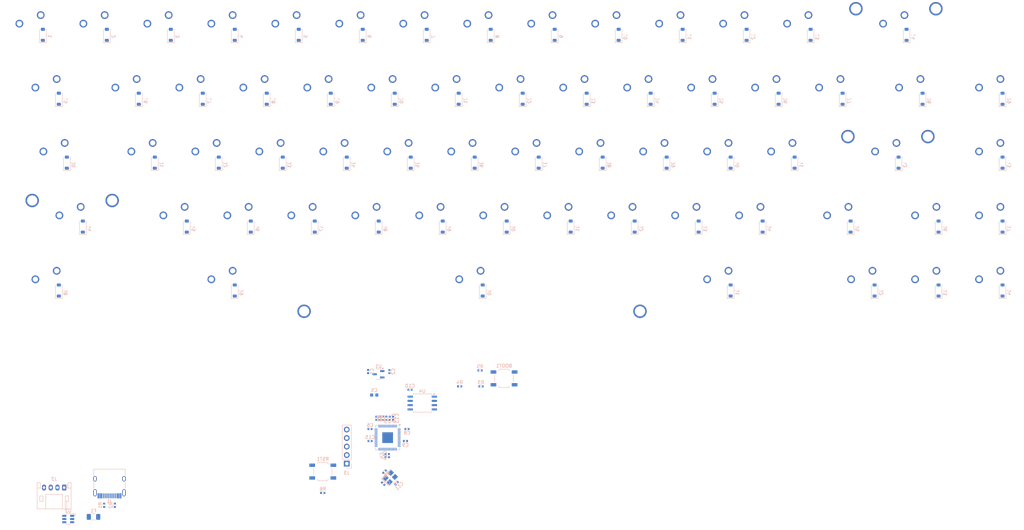
<source format=kicad_pcb>
(kicad_pcb (version 20240108) (generator "pcbnew") (generator_version "8.0")
  (layers (0 "F.Cu" signal) (31 "B.Cu" signal) (34 "B.Paste" user) (35 "F.Paste" user) (36 "B.SilkS" user "B.Silkscreen") (37 "F.SilkS" user "F.Silkscreen") (38 "B.Mask" user) (39 "F.Mask" user) (44 "Edge.Cuts" user))
  (net 0 "")
  (net 1 "Net-(BOOT1-Pad2)")
  (net 2 "GND")
  (net 3 "+5V")
  (net 4 "+3V3")
  (net 5 "+1V1")
  (net 6 "XIN")
  (net 7 "Net-(C12-Pad2)")
  (net 8 "Net-(D1-A)")
  (net 10 "Net-(D2-A)")
  (net 13 "Net-(D3-A)")
  (net 14 "Net-(D4-A)")
  (net 16 "Net-(D5-A)")
  (net 18 "Net-(D6-A)")
  (net 21 "Net-(D7-A)")
  (net 23 "Net-(D8-A)")
  (net 25 "Net-(D9-A)")
  (net 26 "Net-(D10-A)")
  (net 29 "Net-(D11-A)")
  (net 30 "Net-(D12-A)")
  (net 32 "Net-(D13-A)")
  (net 35 "Net-(D14-A)")
  (net 37 "Net-(D15-A)")
  (net 38 "Net-(D16-A)")
  (net 41 "Net-(D17-A)")
  (net 43 "Net-(D18-A)")
  (net 45 "Net-(D19-A)")
  (net 46 "Net-(D20-A)")
  (net 49 "Net-(D21-A)")
  (net 51 "Net-(D22-A)")
  (net 53 "Net-(D23-A)")
  (net 55 "Net-(D24-A)")
  (net 56 "Net-(D25-A)")
  (net 59 "Net-(D26-A)")
  (net 61 "Net-(D27-A)")
  (net 62 "Net-(D28-A)")
  (net 65 "Net-(D29-A)")
  (net 67 "Net-(D30-A)")
  (net 68 "Net-(D31-A)")
  (net 70 "Net-(D32-A)")
  (net 72 "Net-(D33-A)")
  (net 74 "Net-(D34-A)")
  (net 76 "Net-(D35-A)")
  (net 78 "Net-(D36-A)")
  (net 81 "Net-(D37-A)")
  (net 82 "Net-(D38-A)")
  (net 85 "Net-(D39-A)")
  (net 87 "Net-(D40-A)")
  (net 89 "Net-(D41-A)")
  (net 91 "Net-(D42-A)")
  (net 92 "Net-(D43-A)")
  (net 94 "Net-(D44-A)")
  (net 97 "Net-(D45-A)")
  (net 99 "Net-(D46-A)")
  (net 101 "Net-(D47-A)")
  (net 103 "Net-(D48-A)")
  (net 104 "Net-(D49-A)")
  (net 107 "Net-(D50-A)")
  (net 109 "Net-(D51-A)")
  (net 111 "Net-(D52-A)")
  (net 113 "Net-(D53-A)")
  (net 115 "Net-(D54-A)")
  (net 116 "Net-(D55-A)")
  (net 119 "Net-(D56-A)")
  (net 120 "Net-(D57-A)")
  (net 123 "Net-(D58-A)")
  (net 125 "Net-(D59-A)")
  (net 126 "Net-(D60-A)")
  (net 129 "Net-(D61-A)")
  (net 130 "Net-(D62-A)")
  (net 132 "Net-(D63-A)")
  (net 134 "Net-(D64-A)")
  (net 136 "VBUS")
  (net 137 "D-")
  (net 138 "Net-(J1-CC1)")
  (net 139 "D+")
  (net 141 "Net-(J1-CC2)")
  (net 143 "RESET")
  (net 144 "SWC")
  (net 145 "SWD")
  (net 210 "Net-(R3-Pad1)")
  (net 211 "Q_SEL")
  (net 212 "Net-(U3-USB_DP)")
  (net 213 "Net-(U3-USB_DM)")
  (net 214 "XOUT")
  (net 217 "Q_101")
  (net 223 "Q_100")
  (net 227 "Q_102")
  (net 230 "Q_103")
  (net 242 "Q_CLK")
  (footprint "PCM_marbastlib-mx:SW_MX_1u" (layer "F.Cu") (at 62.70625 24.60625)
    (property "Reference" "MX3" (hide yes))
    (property "Value" "MX_SW_solder")
    (pad "" np_thru_hole circle (at -5.08 0) (size 1.75 1.75) (drill 1.75) (layers "*.Cu" "*.Mask"))
    (pad "" np_thru_hole circle (at 0 0) (size 3.9878 3.9878) (drill 3.9878) (layers "*.Cu" "*.Mask"))
    (pad "" np_thru_hole circle (at 5.08 0) (size 1.75 1.75) (drill 1.75) (layers "*.Cu" "*.Mask"))
    (pad "1" thru_hole circle (at -3.81 -2.54) (size 2.3 2.3) (drill 1.524) (layers "*.Cu" "B.Mask"))
    (pad "2" thru_hole circle (at 2.54 -5.08) (size 2.3 2.3) (drill 1.524) (layers "*.Cu" "B.Mask") (net 13 "Net-(D3-A)"))
  )
  (footprint "PCM_marbastlib-mx:SW_MX_1u" (layer "F.Cu") (at 81.75625 24.60625)
    (property "Reference" "MX4" (hide yes))
    (property "Value" "MX_SW_solder")
    (pad "" np_thru_hole circle (at -5.08 0) (size 1.75 1.75) (drill 1.75) (layers "*.Cu" "*.Mask"))
    (pad "" np_thru_hole circle (at 0 0) (size 3.9878 3.9878) (drill 3.9878) (layers "*.Cu" "*.Mask"))
    (pad "" np_thru_hole circle (at 5.08 0) (size 1.75 1.75) (drill 1.75) (layers "*.Cu" "*.Mask"))
    (pad "1" thru_hole circle (at -3.81 -2.54) (size 2.3 2.3) (drill 1.524) (layers "*.Cu" "B.Mask"))
    (pad "2" thru_hole circle (at 2.54 -5.08) (size 2.3 2.3) (drill 1.524) (layers "*.Cu" "B.Mask") (net 14 "Net-(D4-A)"))
  )
  (footprint "PCM_marbastlib-mx:SW_MX_1u" (layer "F.Cu") (at 172.24375 62.70625)
    (property "Reference" "MX37" (hide yes))
    (property "Value" "MX_SW_solder")
    (pad "" np_thru_hole circle (at -5.08 0) (size 1.75 1.75) (drill 1.75) (layers "*.Cu" "*.Mask"))
    (pad "" np_thru_hole circle (at 0 0) (size 3.9878 3.9878) (drill 3.9878) (layers "*.Cu" "*.Mask"))
    (pad "" np_thru_hole circle (at 5.08 0) (size 1.75 1.75) (drill 1.75) (layers "*.Cu" "*.Mask"))
    (pad "1" thru_hole circle (at -3.81 -2.54) (size 2.3 2.3) (drill 1.524) (layers "*.Cu" "B.Mask"))
    (pad "2" thru_hole circle (at 2.54 -5.08) (size 2.3 2.3) (drill 1.524) (layers "*.Cu" "B.Mask") (net 81 "Net-(D37-A)"))
  )
  (footprint "PCM_marbastlib-mx:SW_MX_1u" (layer "F.Cu") (at 138.90625 24.60625)
    (property "Reference" "MX7" (hide yes))
    (property "Value" "MX_SW_solder")
    (pad "" np_thru_hole circle (at -5.08 0) (size 1.75 1.75) (drill 1.75) (layers "*.Cu" "*.Mask"))
    (pad "" np_thru_hole circle (at 0 0) (size 3.9878 3.9878) (drill 3.9878) (layers "*.Cu" "*.Mask"))
    (pad "" np_thru_hole circle (at 5.08 0) (size 1.75 1.75) (drill 1.75) (layers "*.Cu" "*.Mask"))
    (pad "1" thru_hole circle (at -3.81 -2.54) (size 2.3 2.3) (drill 1.524) (layers "*.Cu" "B.Mask"))
    (pad "2" thru_hole circle (at 2.54 -5.08) (size 2.3 2.3) (drill 1.524) (layers "*.Cu" "B.Mask") (net 21 "Net-(D7-A)"))
  )
  (footprint "PCM_marbastlib-mx:SW_MX_1u" (layer "F.Cu") (at 53.18125 43.65625)
    (property "Reference" "MX16" (hide yes))
    (property "Value" "MX_SW_solder")
    (pad "" np_thru_hole circle (at -5.08 0) (size 1.75 1.75) (drill 1.75) (layers "*.Cu" "*.Mask"))
    (pad "" np_thru_hole circle (at 0 0) (size 3.9878 3.9878) (drill 3.9878) (layers "*.Cu" "*.Mask"))
    (pad "" np_thru_hole circle (at 5.08 0) (size 1.75 1.75) (drill 1.75) (layers "*.Cu" "*.Mask"))
    (pad "1" thru_hole circle (at -3.81 -2.54) (size 2.3 2.3) (drill 1.524) (layers "*.Cu" "B.Mask"))
    (pad "2" thru_hole circle (at 2.54 -5.08) (size 2.3 2.3) (drill 1.524) (layers "*.Cu" "B.Mask") (net 38 "Net-(D16-A)"))
  )
  (footprint "PCM_marbastlib-mx:SW_MX_1u" (layer "F.Cu") (at 310.35625 43.65625)
    (property "Reference" "MX29" (hide yes))
    (property "Value" "MX_SW_solder")
    (pad "" np_thru_hole circle (at -5.08 0) (size 1.75 1.75) (drill 1.75) (layers "*.Cu" "*.Mask"))
    (pad "" np_thru_hole circle (at 0 0) (size 3.9878 3.9878) (drill 3.9878) (layers "*.Cu" "*.Mask"))
    (pad "" np_thru_hole circle (at 5.08 0) (size 1.75 1.75) (drill 1.75) (layers "*.Cu" "*.Mask"))
    (pad "1" thru_hole circle (at -3.81 -2.54) (size 2.3 2.3) (drill 1.524) (layers "*.Cu" "B.Mask"))
    (pad "2" thru_hole circle (at 2.54 -5.08) (size 2.3 2.3) (drill 1.524) (layers "*.Cu" "B.Mask") (net 65 "Net-(D29-A)"))
  )
  (footprint "PCM_marbastlib-mx:SW_MX_1u" (layer "F.Cu") (at 210.34375 62.70625)
    (property "Reference" "MX39" (hide yes))
    (property "Value" "MX_SW_solder")
    (pad "" np_thru_hole circle (at -5.08 0) (size 1.75 1.75) (drill 1.75) (layers "*.Cu" "*.Mask"))
    (pad "" np_thru_hole circle (at 0 0) (size 3.9878 3.9878) (drill 3.9878) (layers "*.Cu" "*.Mask"))
    (pad "" np_thru_hole circle (at 5.08 0) (size 1.75 1.75) (drill 1.75) (layers "*.Cu" "*.Mask"))
    (pad "1" thru_hole circle (at -3.81 -2.54) (size 2.3 2.3) (drill 1.524) (layers "*.Cu" "B.Mask"))
    (pad "2" thru_hole circle (at 2.54 -5.08) (size 2.3 2.3) (drill 1.524) (layers "*.Cu" "B.Mask") (net 85 "Net-(D39-A)"))
  )
  (footprint "PCM_marbastlib-mx:SW_MX_1u" (layer "F.Cu") (at 253.20625 24.60625)
    (property "Reference" "MX13" (hide yes))
    (property "Value" "MX_SW_solder")
    (pad "" np_thru_hole circle (at -5.08 0) (size 1.75 1.75) (drill 1.75) (layers "*.Cu" "*.Mask"))
    (pad "" np_thru_hole circle (at 0 0) (size 3.9878 3.9878) (drill 3.9878) (layers "*.Cu" "*.Mask"))
    (pad "" np_thru_hole circle (at 5.08 0) (size 1.75 1.75) (drill 1.75) (layers "*.Cu" "*.Mask"))
    (pad "1" thru_hole circle (at -3.81 -2.54) (size 2.3 2.3) (drill 1.524) (layers "*.Cu" "B.Mask"))
    (pad "2" thru_hole circle (at 2.54 -5.08) (size 2.3 2.3) (drill 1.524) (layers "*.Cu" "B.Mask") (net 32 "Net-(D13-A)"))
  )
  (footprint "PCM_marbastlib-mx:SW_MX_1u" (layer "F.Cu") (at 291.30625 100.80625)
    (property "Reference" "MX63" (hide yes))
    (property "Value" "MX_SW_solder")
    (pad "" np_thru_hole circle (at -5.08 0) (size 1.75 1.75) (drill 1.75) (layers "*.Cu" "*.Mask"))
    (pad "" np_thru_hole circle (at 0 0) (size 3.9878 3.9878) (drill 3.9878) (layers "*.Cu" "*.Mask"))
    (pad "" np_thru_hole circle (at 5.08 0) (size 1.75 1.75) (drill 1.75) (layers "*.Cu" "*.Mask"))
    (pad "1" thru_hole circle (at -3.81 -2.54) (size 2.3 2.3) (drill 1.524) (layers "*.Cu" "B.Mask"))
    (pad "2" thru_hole circle (at 2.54 -5.08) (size 2.3 2.3) (drill 1.524) (layers "*.Cu" "B.Mask") (net 132 "Net-(D63-A)"))
  )
  (footprint "PCM_marbastlib-mx:SW_MX_1u" (layer "F.Cu") (at 43.65625 24.60625)
    (property "Reference" "MX2" (hide yes))
    (property "Value" "MX_SW_solder")
    (pad "" np_thru_hole circle (at -5.08 0) (size 1.75 1.75) (drill 1.75) (layers "*.Cu" "*.Mask"))
    (pad "" np_thru_hole circle (at 0 0) (size 3.9878 3.9878) (drill 3.9878) (layers "*.Cu" "*.Mask"))
    (pad "" np_thru_hole circle (at 5.08 0) (size 1.75 1.75) (drill 1.75) (layers "*.Cu" "*.Mask"))
    (pad "1" thru_hole circle (at -3.81 -2.54) (size 2.3 2.3) (drill 1.524) (layers "*.Cu" "B.Mask"))
    (pad "2" thru_hole circle (at 2.54 -5.08) (size 2.3 2.3) (drill 1.524) (layers "*.Cu" "B.Mask") (net 10 "Net-(D2-A)"))
  )
  (footprint "PCM_marbastlib-mx:SW_MX_1u" (layer "F.Cu") (at 205.58125 43.65625)
    (property "Reference" "MX24" (hide yes))
    (property "Value" "MX_SW_solder")
    (pad "" np_thru_hole circle (at -5.08 0) (size 1.75 1.75) (drill 1.75) (layers "*.Cu" "*.Mask"))
    (pad "" np_thru_hole circle (at 0 0) (size 3.9878 3.9878) (drill 3.9878) (layers "*.Cu" "*.Mask"))
    (pad "" np_thru_hole circle (at 5.08 0) (size 1.75 1.75) (drill 1.75) (layers "*.Cu" "*.Mask"))
    (pad "1" thru_hole circle (at -3.81 -2.54) (size 2.3 2.3) (drill 1.524) (layers "*.Cu" "B.Mask"))
    (pad "2" thru_hole circle (at 2.54 -5.08) (size 2.3 2.3) (drill 1.524) (layers "*.Cu" "B.Mask") (net 55 "Net-(D24-A)"))
  )
  (footprint "PCM_marbastlib-mx:SW_MX_1u" (layer "F.Cu") (at 291.30625 81.75625)
    (property "Reference" "MX56" (hide yes))
    (property "Value" "MX_SW_solder")
    (pad "" np_thru_hole circle (at -5.08 0) (size 1.75 1.75) (drill 1.75) (layers "*.Cu" "*.Mask"))
    (pad "" np_thru_hole circle (at 0 0) (size 3.9878 3.9878) (drill 3.9878) (layers "*.Cu" "*.Mask"))
    (pad "" np_thru_hole circle (at 5.08 0) (size 1.75 1.75) (drill 1.75) (layers "*.Cu" "*.Mask"))
    (pad "1" thru_hole circle (at -3.81 -2.54) (size 2.3 2.3) (drill 1.524) (layers "*.Cu" "B.Mask"))
    (pad "2" thru_hole circle (at 2.54 -5.08) (size 2.3 2.3) (drill 1.524) (layers "*.Cu" "B.Mask") (net 119 "Net-(D56-A)"))
  )
  (footprint "PCM_marbastlib-mx:SW_MX_1u" (layer "F.Cu") (at 134.14375 62.70625)
    (property "Reference" "MX35" (hide yes))
    (property "Value" "MX_SW_solder")
    (pad "" np_thru_hole circle (at -5.08 0) (size 1.75 1.75) (drill 1.75) (layers "*.Cu" "*.Mask"))
    (pad "" np_thru_hole circle (at 0 0) (size 3.9878 3.9878) (drill 3.9878) (layers "*.Cu" "*.Mask"))
    (pad "" np_thru_hole circle (at 5.08 0) (size 1.75 1.75) (drill 1.75) (layers "*.Cu" "*.Mask"))
    (pad "1" thru_hole circle (at -3.81 -2.54) (size 2.3 2.3) (drill 1.524) (layers "*.Cu" "B.Mask"))
    (pad "2" thru_hole circle (at 2.54 -5.08) (size 2.3 2.3) (drill 1.524) (layers "*.Cu" "B.Mask") (net 76 "Net-(D35-A)"))
  )
  (footprint "PCM_marbastlib-mx:SW_MX_1u" (layer "F.Cu") (at 286.54375 43.65625)
    (property "Reference" "MX28" (hide yes))
    (property "Value" "MX_SW_solder")
    (pad "" np_thru_hole circle (at -5.08 0) (size 1.75 1.75) (drill 1.75) (layers "*.Cu" "*.Mask"))
    (pad "" np_thru_hole circle (at 0 0) (size 3.9878 3.9878) (drill 3.9878) (layers "*.Cu" "*.Mask"))
    (pad "" np_thru_hole circle (at 5.08 0) (size 1.75 1.75) (drill 1.75) (layers "*.Cu" "*.Mask"))
    (pad "1" thru_hole circle (at -3.81 -2.54) (size 2.3 2.3) (drill 1.524) (layers "*.Cu" "B.Mask"))
    (pad "2" thru_hole circle (at 2.54 -5.08) (size 2.3 2.3) (drill 1.524) (layers "*.Cu" "B.Mask") (net 62 "Net-(D28-A)"))
  )
  (footprint "PCM_marbastlib-mx:SW_MX_1u" (layer "F.Cu") (at 100.80625 24.60625)
    (property "Reference" "MX5" (hide yes))
    (property "Value" "MX_SW_solder")
    (pad "" np_thru_hole circle (at -5.08 0) (size 1.75 1.75) (drill 1.75) (layers "*.Cu" "*.Mask"))
    (pad "" np_thru_hole circle (at 0 0) (size 3.9878 3.9878) (drill 3.9878) (layers "*.Cu" "*.Mask"))
    (pad "" np_thru_hole circle (at 5.08 0) (size 1.75 1.75) (drill 1.75) (layers "*.Cu" "*.Mask"))
    (pad "1" thru_hole circle (at -3.81 -2.54) (size 2.3 2.3) (drill 1.524) (layers "*.Cu" "B.Mask"))
    (pad "2" thru_hole circle (at 2.54 -5.08) (size 2.3 2.3) (drill 1.524) (layers "*.Cu" "B.Mask") (net 16 "Net-(D5-A)"))
  )
  (footprint "PCM_marbastlib-mx:SW_MX_1.5u" (layer "F.Cu") (at 81.75625 100.80625)
    (property "Reference" "MX59" (hide yes))
    (property "Value" "MX_SW_solder")
    (pad "" np_thru_hole circle (at -5.08 0) (size 1.75 1.75) (drill 1.75) (layers "*.Cu" "*.Mask"))
    (pad "" np_thru_hole circle (at 0 0) (size 3.9878 3.9878) (drill 3.9878) (layers "*.Cu" "*.Mask"))
    (pad "" np_thru_hole circle (at 5.08 0) (size 1.75 1.75) (drill 1.75) (layers "*.Cu" "*.Mask"))
    (pad "1" thru_hole circle (at -3.81 -2.54) (size 2.3 2.3) (drill 1.524) (layers "*.Cu" "B.Mask"))
    (pad "2" thru_hole circle (at 2.54 -5.08) (size 2.3 2.3) (drill 1.524) (layers "*.Cu" "B.Mask") (net 125 "Net-(D59-A)"))
  )
  (footprint "PCM_marbastlib-mx:SW_MX_1u" (layer "F.Cu") (at 57.94375 62.70625)
    (property "Reference" "MX31" (hide yes))
    (property "Value" "MX_SW_solder")
    (pad "" np_thru_hole circle (at -5.08 0) (size 1.75 1.75) (drill 1.75) (layers "*.Cu" "*.Mask"))
    (pad "" np_thru_hole circle (at 0 0) (size 3.9878 3.9878) (drill 3.9878) (layers "*.Cu" "*.Mask"))
    (pad "" np_thru_hole circle (at 5.08 0) (size 1.75 1.75) (drill 1.75) (layers "*.Cu" "*.Mask"))
    (pad "1" thru_hole circle (at -3.81 -2.54) (size 2.3 2.3) (drill 1.524) (layers "*.Cu" "B.Mask"))
    (pad "2" thru_hole circle (at 2.54 -5.08) (size 2.3 2.3) (drill 1.524) (layers "*.Cu" "B.Mask") (net 68 "Net-(D31-A)"))
  )
  (footprint "PCM_marbastlib-mx:SW_MX_1u" (layer "F.Cu") (at 157.95625 24.60625)
    (property "Reference" "MX8" (hide yes))
    (property "Value" "MX_SW_solder")
    (pad "" np_thru_hole circle (at -5.08 0) (size 1.75 1.75) (drill 1.75) (layers "*.Cu" "*.Mask"))
    (pad "" np_thru_hole circle (at 0 0) (size 3.9878 3.9878) (drill 3.9878) (layers "*.Cu" "*.Mask"))
    (pad "" np_thru_hole circle (at 5.08 0) (size 1.75 1.75) (drill 1.75) (layers "*.Cu" "*.Mask"))
    (pad "1" thru_hole circle (at -3.81 -2.54) (size 2.3 2.3) (drill 1.524) (layers "*.Cu" "B.Mask"))
    (pad "2" thru_hole circle (at 2.54 -5.08) (size 2.3 2.3) (drill 1.524) (layers "*.Cu" "B.Mask") (net 23 "Net-(D8-A)"))
  )
  (footprint "PCM_marbastlib-mx:SW_MX_1u" (layer "F.Cu") (at 215.10625 24.60625)
    (property "Reference" "MX11" (hide yes))
    (property "Value" "MX_SW_solder")
    (pad "" np_thru_hole circle (at -5.08 0) (size 1.75 1.75) (drill 1.75) (layers "*.Cu" "*.Mask"))
    (pad "" np_thru_hole circle (at 0 0) (size 3.9878 3.9878) (drill 3.9878) (layers "*.Cu" "*.Mask"))
    (pad "" np_thru_hole circle (at 5.08 0) (size 1.75 1.75) (drill 1.75) (layers "*.Cu" "*.Mask"))
    (pad "1" thru_hole circle (at -3.81 -2.54) (size 2.3 2.3) (drill 1.524) (layers "*.Cu" "B.Mask"))
    (pad "2" thru_hole circle (at 2.54 -5.08) (size 2.3 2.3) (drill 1.524) (layers "*.Cu" "B.Mask") (net 29 "Net-(D11-A)"))
  )
  (footprint "PCM_marbastlib-mx:SW_MX_1u" (layer "F.Cu") (at 196.05625 24.60625)
    (property "Reference" "MX10" (hide yes))
    (property "Value" "MX_SW_solder")
    (pad "" np_thru_hole circle (at -5.08 0) (size 1.75 1.75) (drill 1.75) (layers "*.Cu" "*.Mask"))
    (pad "" np_thru_hole circle (at 0 0) (size 3.9878 3.9878) (drill 3.9878) (layers "*.Cu" "*.Mask"))
    (pad "" np_thru_hole circle (at 5.08 0) (size 1.75 1.75) (drill 1.75) (layers "*.Cu" "*.Mask"))
    (pad "1" thru_hole circle (at -3.81 -2.54) (size 2.3 2.3) (drill 1.524) (layers "*.Cu" "B.Mask"))
    (pad "2" thru_hole circle (at 2.54 -5.08) (size 2.3 2.3) (drill 1.524) (layers "*.Cu" "B.Mask") (net 26 "Net-(D10-A)"))
  )
  (footprint "PCM_marbastlib-mx:SW_MX_1u" (layer "F.Cu") (at 105.56875 81.75625)
    (property "Reference" "MX47" (hide yes))
    (property "Value" "MX_SW_solder")
    (pad "" np_thru_hole circle (at -5.08 0) (size 1.75 1.75) (drill 1.75) (layers "*.Cu" "*.Mask"))
    (pad "" np_thru_hole circle (at 0 0) (size 3.9878 3.9878) (drill 3.9878) (layers "*.Cu" "*.Mask"))
    (pad "" np_thru_hole circle (at 5.08 0) (size 1.75 1.75) (drill 1.75) (layers "*.Cu" "*.Mask"))
    (pad "1" thru_hole circle (at -3.81 -2.54) (size 2.3 2.3) (drill 1.524) (layers "*.Cu" "B.Mask"))
    (pad "2" thru_hole circle (at 2.54 -5.08) (size 2.3 2.3) (drill 1.524) (layers "*.Cu" "B.Mask") (net 101 "Net-(D47-A)"))
  )
  (footprint "PCM_marbastlib-mx:SW_MX_1u" (layer "F.Cu") (at 272.25625 100.80625)
    (property "Reference" "MX62" (hide yes))
    (property "Value" "MX_SW_solder")
    (pad "" np_thru_hole circle (at -5.08 0) (size 1.75 1.75) (drill 1.75) (layers "*.Cu" "*.Mask"))
    (pad "" np_thru_hole circle (at 0 0) (size 3.9878 3.9878) (drill 3.9878) (layers "*.Cu" "*.Mask"))
    (pad "" np_thru_hole circle (at 5.08 0) (size 1.75 1.75) (drill 1.75) (layers "*.Cu" "*.Mask"))
    (pad "1" thru_hole circle (at -3.81 -2.54) (size 2.3 2.3) (drill 1.524) (layers "*.Cu" "B.Mask"))
    (pad "2" thru_hole circle (at 2.54 -5.08) (size 2.3 2.3) (drill 1.524) (layers "*.Cu" "B.Mask") (net 130 "Net-(D62-A)"))
  )
  (footprint "PCM_marbastlib-mx:SW_MX_1u" (layer "F.Cu") (at 124.61875 81.75625)
    (property "Reference" "MX48" (hide yes))
    (property "Value" "MX_SW_solder")
    (pad "" np_thru_hole circle (at -5.08 0) (size 1.75 1.75) (drill 1.75) (layers "*.Cu" "*.Mask"))
    (pad "" np_thru_hole circle (at 0 0) (size 3.9878 3.9878) (drill 3.9878) (layers "*.Cu" "*.Mask"))
    (pad "" np_thru_hole circle (at 5.08 0) (size 1.75 1.75) (drill 1.75) (layers "*.Cu" "*.Mask"))
    (pad "1" thru_hole circle (at -3.81 -2.54) (size 2.3 2.3) (drill 1.524) (layers "*.Cu" "B.Mask"))
    (pad "2" thru_hole circle (at 2.54 -5.08) (size 2.3 2.3) (drill 1.524) (layers "*.Cu" "B.Mask") (net 103 "Net-(D48-A)"))
  )
  (footprint "PCM_marbastlib-mx:SW_MX_1.5u" (layer "F.Cu") (at 29.36875 43.65625)
    (property "Reference" "MX15" (hide yes))
    (property "Value" "MX_SW_solder")
    (pad "" np_thru_hole circle (at -5.08 0) (size 1.75 1.75) (drill 1.75) (layers "*.Cu" "*.Mask"))
    (pad "" np_thru_hole circle (at 0 0) (size 3.9878 3.9878) (drill 3.9878) (layers "*.Cu" "*.Mask"))
    (pad "" np_thru_hole circle (at 5.08 0) (size 1.75 1.75) (drill 1.75) (layers "*.Cu" "*.Mask"))
    (pad "1" thru_hole circle (at -3.81 -2.54) (size 2.3 2.3) (drill 1.524) (layers "*.Cu" "B.Mask"))
    (pad "2" thru_hole circle (at 2.54 -5.08) (size 2.3 2.3) (drill 1.524) (layers "*.Cu" "B.Mask") (net 37 "Net-(D15-A)"))
  )
  (footprint "PCM_marbastlib-mx:SW_MX_1u" (layer "F.Cu") (at 262.73125 43.65625)
    (property "Reference" "MX27" (hide yes))
    (property "Value" "MX_SW_solder")
    (pad "" np_thru_hole circle (at -5.08 0) (size 1.75 1.75) (drill 1.75) (layers "*.Cu" "*.Mask"))
    (pad "" np_thru_hole circle (at 0 0) (size 3.9878 3.9878) (drill 3.9878) (layers "*.Cu" "*.Mask"))
    (pad "" np_thru_hole circle (at 5.08 0) (size 1.75 1.75) (drill 1.75) (layers "*.Cu" "*.Mask"))
    (pad "1" thru_hole circle (at -3.81 -2.54) (size 2.3 2.3) (drill 1.524) (layers "*.Cu" "B.Mask"))
    (pad "2" thru_hole circle (at 2.54 -5.08) (size 2.3 2.3) (drill 1.524) (layers "*.Cu" "B.Mask") (net 61 "Net-(D27-A)"))
  )
  (footprint "PCM_marbastlib-mx:SW_MX_1u" (layer "F.Cu") (at 167.48125 43.65625)
    (property "Reference" "MX22" (hide yes))
    (property "Value" "MX_SW_solder")
    (pad "" np_thru_hole circle (at -5.08 0) (size 1.75 1.75) (drill 1.75) (layers "*.Cu" "*.Mask"))
    (pad "" np_thru_hole circle (at 0 0) (size 3.9878 3.9878) (drill 3.9878) (layers "*.Cu" "*.Mask"))
    (pad "" np_thru_hole circle (at 5.08 0) (size 1.75 1.75) (drill 1.75) (layers "*.Cu" "*.Mask"))
    (pad "1" thru_hole circle (at -3.81 -2.54) (size 2.3 2.3) (drill 1.524) (layers "*.Cu" "B.Mask"))
    (pad "2" thru_hole circle (at 2.54 -5.08) (size 2.3 2.3) (drill 1.524) (layers "*.Cu" "B.Mask") (net 51 "Net-(D22-A)"))
  )
  (footprint "PCM_marbastlib-mx:SW_MX_1u" (layer "F.Cu") (at 155.575 100.80625)
    (property "Reference" "MX60" (hide yes))
    (property "Value" "MX_SW_solder")
    (pad "" np_thru_hole circle (at -5.08 0) (size 1.75 1.75) (drill 1.75) (layers "*.Cu" "*.Mask"))
    (pad "" np_thru_hole circle (at 0 0) (size 3.9878 3.9878) (drill 3.9878) (layers "*.Cu" "*.Mask"))
    (pad "" np_thru_hole circle (at 5.08 0) (size 1.75 1.75) (drill 1.75) (layers "*.Cu" "*.Mask"))
    (pad "1" thru_hole circle (at -3.81 -2.54) (size 2.3 2.3) (drill 1.524) (layers "*.Cu" "B.Mask"))
    (pad "2" thru_hole circle (at 2.54 -5.08) (size 2.3 2.3) (drill 1.524) (layers "*.Cu" "B.Mask") (net 126 "Net-(D60-A)"))
  )
  (footprint "PCM_marbastlib-mx:SW_MX_1u" (layer "F.Cu") (at 279.4 62.70625)
    (property "Reference" "MX42" (hide yes))
    (property "Value" "MX_SW_solder")
    (pad "" np_thru_hole circle (at -5.08 0) (size 1.75 1.75) (drill 1.75) (layers "*.Cu" "*.Mask"))
    (pad "" np_thru_hole circle (at 0 0) (size 3.9878 3.9878) (drill 3.9878) (layers "*.Cu" "*.Mask"))
    (pad "" np_thru_hole circle (at 5.08 0) (size 1.75 1.75) (drill 1.75) (layers "*.Cu" "*.Mask"))
    (pad "1" thru_hole circle (at -3.81 -2.54) (size 2.3 2.3) (drill 1.524) (layers "*.Cu" "B.Mask"))
    (pad "2" thru_hole circle (at 2.54 -5.08) (size 2.3 2.3) (drill 1.524) (layers "*.Cu" "B.Mask") (net 91 "Net-(D42-A)"))
  )
  (footprint "PCM_marbastlib-mx:SW_MX_1u" (layer "F.Cu") (at 310.35625 81.75625)
    (property "Reference" "MX57" (hide yes))
    (property "Value" "MX_SW_solder")
    (pad "" np_thru_hole circle (at -5.08 0) (size 1.75 1.75) (drill 1.75) (layers "*.Cu" "*.Mask"))
    (pad "" np_thru_hole circle (at 0 0) (size 3.9878 3.9878) (drill 3.9878) (layers "*.Cu" "*.Mask"))
    (pad "" np_thru_hole circle (at 5.08 0) (size 1.75 1.75) (drill 1.75) (layers "*.Cu" "*.Mask"))
    (pad "1" thru_hole circle (at -3.81 -2.54) (size 2.3 2.3) (drill 1.524) (layers "*.Cu" "B.Mask"))
    (pad "2" thru_hole circle (at 2.54 -5.08) (size 2.3 2.3) (drill 1.524) (layers "*.Cu" "B.Mask") (net 120 "Net-(D57-A)"))
  )
  (footprint "PCM_marbastlib-mx:SW_MX_1u" (layer "F.Cu") (at 129.38125 43.65625)
    (property "Reference" "MX20" (hide yes))
    (property "Value" "MX_SW_solder")
    (pad "" np_thru_hole circle (at -5.08 0) (size 1.75 1.75) (drill 1.75) (layers "*.Cu" "*.Mask"))
    (pad "" np_thru_hole circle (at 0 0) (size 3.9878 3.9878) (drill 3.9878) (layers "*.Cu" "*.Mask"))
    (pad "" np_thru_hole circle (at 5.08 0) (size 1.75 1.75) (drill 1.75) (layers "*.Cu" "*.Mask"))
    (pad "1" thru_hole circle (at -3.81 -2.54) (size 2.3 2.3) (drill 1.524) (layers "*.Cu" "B.Mask"))
    (pad "2" thru_hole circle (at 2.54 -5.08) (size 2.3 2.3) (drill 1.524) (layers "*.Cu" "B.Mask") (net 46 "Net-(D20-A)"))
  )
  (footprint "PCM_marbastlib-mx:SW_MX_1u" (layer "F.Cu") (at 200.81875 81.75625)
    (property "Reference" "MX52" (hide yes))
    (property "Value" "MX_SW_solder")
    (pad "" np_thru_hole circle (at -5.08 0) (size 1.75 1.75) (drill 1.75) (layers "*.Cu" "*.Mask"))
    (pad "" np_thru_hole circle (at 0 0) (size 3.9878 3.9878) (drill 3.9878) (layers "*.Cu" "*.Mask"))
    (pad "" np_thru_hole circle (at 5.08 0) (size 1.75 1.75) (drill 1.75) (layers "*.Cu" "*.Mask"))
    (pad "1" thru_hole circle (at -3.81 -2.54) (size 2.3 2.3) (drill 1.524) (layers "*.Cu" "B.Mask"))
    (pad "2" thru_hole circle (at 2.54 -5.08) (size 2.3 2.3) (drill 1.524) (layers "*.Cu" "B.Mask") (net 111 "Net-(D52-A)"))
  )
  (footprint "PCM_marbastlib-mx:SW_MX_1u" (layer "F.Cu") (at 162.71875 81.75625)
    (property "Reference" "MX50" (hide yes))
    (property "Value" "MX_SW_solder")
    (pad "" np_thru_hole circle (at -5.08 0) (size 1.75 1.75) (drill 1.75) (layers "*.Cu" "*.Mask"))
    (pad "" np_thru_hole circle (at 0 0) (size 3.9878 3.9878) (drill 3.9878) (layers "*.Cu" "*.Mask"))
    (pad "" np_thru_hole circle (at 5.08 0) (size 1.75 1.75) (drill 1.75) (layers "*.Cu" "*.Mask"))
    (pad "1" thru_hole circle (at -3.81 -2.54) (size 2.3 2.3) (drill 1.524) (layers "*.Cu" "B.Mask"))
    (pad "2" thru_hole circle (at 2.54 -5.08) (size 2.3 2.3) (drill 1.524) (layers "*.Cu" "B.Mask") (net 107 "Net-(D50-A)"))
  )
  (footprint "PCM_marbastlib-mx:SW_MX_1u" (layer "F.Cu") (at 229.39375 62.70625)
    (property "Reference" "MX40" (hide yes))
    (property "Value" "MX_SW_solder")
    (pad "" np_thru_hole circle (at -5.08 0) (size 1.75 1.75) (drill 1.75) (layers "*.Cu" "*.Mask"))
    (pad "" np_thru_hole circle (at 0 0) (size 3.9878 3.9878) (drill 3.9878) (layers "*.Cu" "*.Mask"))
    (pad "" np_thru_hole circle (at 5.08 0) (size 1.75 1.75) (drill 1.75) (layers "*.Cu" "*.Mask"))
    (pad "1" thru_hole circle (at -3.81 -2.54) (size 2.3 2.3) (drill 1.524) (layers "*.Cu" "B.Mask"))
    (pad "2" thru_hole circle (at 2.54 -5.08) (size 2.3 2.3) (drill 1.524) (layers "*.Cu" "B.Mask") (net 87 "Net-(D40-A)"))
  )
  (footprint "PCM_marbastlib-mx:SW_MX_1u" (layer "F.Cu") (at 248.44375 62.70625)
    (property "Reference" "MX41" (hide yes))
    (property "Value" "MX_SW_solder")
    (pad "" np_thru_hole circle (at -5.08 0) (size 1.75 1.75) (drill 1.75) (layers "*.Cu" "*.Mask"))
    (pad "" np_thru_hole circle (at 0 0) (size 3.9878 3.9878) (drill 3.9878) (layers "*.Cu" "*.Mask"))
    (pad "" np_thru_hole circle (at 5.08 0) (size 1.75 1.75) (drill 1.75) (layers "*.Cu" "*.Mask"))
    (pad "1" thru_hole circle (at -3.81 -2.54) (size 2.3 2.3) (drill 1.524) (layers "*.Cu" "B.Mask"))
    (pad "2" thru_hole circle (at 2.54 -5.08) (size 2.3 2.3) (drill 1.524) (layers "*.Cu" "B.Mask") (net 89 "Net-(D41-A)"))
  )
  (footprint "PCM_marbastlib-mx:SW_MX_1u" (layer "F.Cu") (at 219.86875 81.75625)
    (property "Reference" "MX53" (hide yes))
    (property "Value" "MX_SW_solder")
    (pad "" np_thru_hole circle (at -5.08 0) (size 1.75 1.75) (drill 1.75) (layers "*.Cu" "*.Mask"))
    (pad "" np_thru_hole circle (at 0 0) (size 3.9878 3.9878) (drill 3.9878) (layers "*.Cu" "*.Mask"))
    (pad "" np_thru_hole circle (at 5.08 0) (size 1.75 1.75) (drill 1.75) (layers "*.Cu" "*.Mask"))
    (pad "1" thru_hole circle (at -3.81 -2.54) (size 2.3 2.3) (drill 1.524) (layers "*.Cu" "B.Mask"))
    (pad "2" thru_hole circle (at 2.54 -5.08) (size 2.3 2.3) (drill 1.524) (layers "*.Cu" "B.Mask") (net 113 "Net-(D53-A)"))
  )
  (footprint "PCM_marbastlib-mx:SW_MX_1u" (layer "F.Cu") (at 224.63125 43.65625)
    (property "Reference" "MX25" (hide yes))
    (property "Value" "MX_SW_solder")
    (pad "" np_thru_hole circle (at -5.08 0) (size 1.75 1.75) (drill 1.75) (layers "*.Cu" "*.Mask"))
    (pad "" np_thru_hole circle (at 0 0) (size 3.9878 3.9878) (drill 3.9878) (layers "*.Cu" "*.Mask"))
    (pad "" np_thru_hole circle (at 5.08 0) (size 1.75 1.75) (drill 1.75) (layers "*.Cu" "*.Mask"))
    (pad "1" thru_hole circle (at -3.81 -2.54) (size 2.3 2.3) (drill 1.524) (layers "*.Cu" "B.Mask"))
    (pad "2" thru_hole circle (at 2.54 -5.08) (size 2.3 2.3) (drill 1.524) (layers "*.Cu" "B.Mask") (net 56 "Net-(D25-A)"))
  )
  (footprint "PCM_marbastlib-mx:STAB_MX_P_2.25u" (layer "F.Cu") (at 279.4 62.70625)
    (property "Reference" "S3" (hide yes))
    (property "Value" "MX_stab")
    (pad "" thru_hole circle (at -11.90625 -6.985) (size 4 4) (drill 3.048) (layers "*.Cu" "B.Mask"))
    (pad "" np_thru_hole circle (at -11.90625 8.255) (size 3.9878 3.9878) (drill 3.9878) (layers "*.Cu" "*.Mask"))
    (pad "" thru_hole circle (at 11.90625 -6.985) (size 4 4) (drill 3.048) (layers "*.Cu" "B.Mask"))
    (pad "" np_thru_hole circle (at 11.90625 8.255) (size 3.9878 3.9878) (drill 3.9878) (layers "*.Cu" "*.Mask"))
  )
  (footprint "PCM_marbastlib-mx:SW_MX_1u" (layer "F.Cu") (at 153.19375 62.70625)
    (property "Reference" "MX36" (hide yes))
    (property "Value" "MX_SW_solder")
    (pad "" np_thru_hole circle (at -5.08 0) (size 1.75 1.75) (drill 1.75) (layers "*.Cu" "*.Mask"))
    (pad "" np_thru_hole circle (at 0 0) (size 3.9878 3.9878) (drill 3.9878) (layers "*.Cu" "*.Mask"))
    (pad "" np_thru_hole circle (at 5.08 0) (size 1.75 1.75) (drill 1.75) (layers "*.Cu" "*.Mask"))
    (pad "1" thru_hole circle (at -3.81 -2.54) (size 2.3 2.3) (drill 1.524) (layers "*.Cu" "B.Mask"))
    (pad "2" thru_hole circle (at 2.54 -5.08) (size 2.3 2.3) (drill 1.524) (layers "*.Cu" "B.Mask") (net 78 "Net-(D36-A)"))
  )
  (footprint "PCM_marbastlib-mx:SW_MX_1u" (layer "F.Cu") (at 177.00625 24.60625)
    (property "Reference" "MX9" (hide yes))
    (property "Value" "MX_SW_solder")
    (pad "" np_thru_hole circle (at -5.08 0) (size 1.75 1.75) (drill 1.75) (layers "*.Cu" "*.Mask"))
    (pad "" np_thru_hole circle (at 0 0) (size 3.9878 3.9878) (drill 3.9878) (layers "*.Cu" "*.Mask"))
    (pad "" np_thru_hole circle (at 5.08 0) (size 1.75 1.75) (drill 1.75) (layers "*.Cu" "*.Mask"))
    (pad "1" thru_hole circle (at -3.81 -2.54) (size 2.3 2.3) (drill 1.524) (layers "*.Cu" "B.Mask"))
    (pad "2" thru_hole circle (at 2.54 -5.08) (size 2.3 2.3) (drill 1.524) (layers "*.Cu" "B.Mask") (net 25 "Net-(D9-A)"))
  )
  (footprint "PCM_marbastlib-mx:SW_MX_1u" (layer "F.Cu") (at 281.78125 24.60625)
    (property "Reference" "MX14" (hide yes))
    (property "Value" "MX_SW_solder")
    (pad "" np_thru_hole circle (at -5.08 0) (size 1.75 1.75) (drill 1.75) (layers "*.Cu" "*.Mask"))
    (pad "" np_thru_hole circle (at 0 0) (size 3.9878 3.9878) (drill 3.9878) (layers "*.Cu" "*.Mask"))
    (pad "" np_thru_hole circle (at 5.08 0) (size 1.75 1.75) (drill 1.75) (layers "*.Cu" "*.Mask"))
    (pad "1" thru_hole circle (at -3.81 -2.54) (size 2.3 2.3) (drill 1.524) (layers "*.Cu" "B.Mask"))
    (pad "2" thru_hole circle (at 2.54 -5.08) (size 2.3 2.3) (drill 1.524) (layers "*.Cu" "B.Mask") (net 35 "Net-(D14-A)"))
  )
  (footprint "PCM_marbastlib-mx:SW_MX_1u" (layer "F.Cu") (at 72.23125 43.65625)
    (property "Reference" "MX17" (hide yes))
    (property "Value" "MX_SW_solder")
    (pad "" np_thru_hole circle (at -5.08 0) (size 1.75 1.75) (drill 1.75) (layers "*.Cu" "*.Mask"))
    (pad "" np_thru_hole circle (at 0 0) (size 3.9878 3.9878) (drill 3.9878) (layers "*.Cu" "*.Mask"))
    (pad "" np_thru_hole circle (at 5.08 0) (size 1.75 1.75) (drill 1.75) (layers "*.Cu" "*.Mask"))
    (pad "1" thru_hole circle (at -3.81 -2.54) (size 2.3 2.3) (drill 1.524) (layers "*.Cu" "B.Mask"))
    (pad "2" thru_hole circle (at 2.54 -5.08) (size 2.3 2.3) (drill 1.524) (layers "*.Cu" "B.Mask") (net 41 "Net-(D17-A)"))
  )
  (footprint "PCM_marbastlib-mx:SW_MX_1u" (layer "F.Cu") (at 67.46875 81.75625)
    (property "Reference" "MX45" (hide yes))
    (property "Value" "MX_SW_solder")
    (pad "" np_thru_hole circle (at -5.08 0) (size 1.75 1.75) (drill 1.75) (layers "*.Cu" "*.Mask"))
    (pad "" np_thru_hole circle (at 0 0) (size 3.9878 3.9878) (drill 3.9878) (layers "*.Cu" "*.Mask"))
    (pad "" np_thru_hole circle (at 5.08 0) (size 1.75 1.75) (drill 1.75) (layers "*.Cu" "*.Mask"))
    (pad "1" thru_hole circle (at -3.81 -2.54) (size 2.3 2.3) (drill 1.524) (layers "*.Cu" "B.Mask"))
    (pad "2" thru_hole circle (at 2.54 -5.08) (size 2.3 2.3) (drill 1.524) (layers "*.Cu" "B.Mask") (net 97 "Net-(D45-A)"))
  )
  (footprint "PCM_marbastlib-mx:SW_MX_1u" (layer "F.Cu") (at 238.91875 81.75625)
    (property "Reference" "MX54" (hide yes))
    (property "Value" "MX_SW_solder")
    (pad "" np_thru_hole circle (at -5.08 0) (size 1.75 1.75) (drill 1.75) (layers "*.Cu" "*.Mask"))
    (pad "" np_thru_hole circle (at 0 0) (size 3.9878 3.9878) (drill 3.9878) (layers "*.Cu" "*.Mask"))
    (pad "" np_thru_hole circle (at 5.08 0) (size 1.75 1.75) (drill 1.75) (layers "*.Cu" "*.Mask"))
    (pad "1" thru_hole circle (at -3.81 -2.54) (size 2.3 2.3) (drill 1.524) (layers "*.Cu" "B.Mask"))
    (pad "2" thru_hole circle (at 2.54 -5.08) (size 2.3 2.3) (drill 1.524) (layers "*.Cu" "B.Mask") (net 115 "Net-(D54-A)"))
  )
  (footprint "PCM_marbastlib-mx:SW_MX_1u" (layer "F.Cu") (at 76.99375 62.70625)
    (property "Reference" "MX32" (hide yes))
    (property "Value" "MX_SW_solder")
    (pad "" np_thru_hole circle (at -5.08 0) (size 1.75 1.75) (drill 1.75) (layers "*.Cu" "*.Mask"))
    (pad "" np_thru_hole circle (at 0 0) (size 3.9878 3.9878) (drill 3.9878) (layers "*.Cu" "*.Mask"))
    (pad "" np_thru_hole circle (at 5.08 0) (size 1.75 1.75) (drill 1.75) (layers "*.Cu" "*.Mask"))
    (pad "1" thru_hole circle (at -3.81 -2.54) (size 2.3 2.3) (drill 1.524) (layers "*.Cu" "B.Mask"))
    (pad "2" thru_hole circle (at 2.54 -5.08) (size 2.3 2.3) (drill 1.524) (layers "*.Cu" "B.Mask") (net 70 "Net-(D32-A)"))
  )
  (footprint "PCM_marbastlib-mx:SW_MX_1u" (layer "F.Cu") (at 143.66875 81.75625)
    (property "Reference" "MX49" (hide yes))
    (property "Value" "MX_SW_solder")
    (pad "" np_thru_hole circle (at -5.08 0) (size 1.75 1.75) (drill 1.75) (layers "*.Cu" "*.Mask"))
    (pad "" np_thru_hole circle (at 0 0) (size 3.9878 3.9878) (drill 3.9878) (layers "*.Cu" "*.Mask"))
    (pad "" np_thru_hole circle (at 5.08 0) (size 1.75 1.75) (drill 1.75) (layers "*.Cu" "*.Mask"))
    (pad "1" thru_hole circle (at -3.81 -2.54) (size 2.3 2.3) (drill 1.524) (layers "*.Cu" "B.Mask"))
    (pad "2" thru_hole circle (at 2.54 -5.08) (size 2.3 2.3) (drill 1.524) (layers "*.Cu" "B.Mask") (net 104 "Net-(D49-A)"))
  )
  (footprint "PCM_marbastlib-mx:SW_MX_1u" (layer "F.Cu") (at 148.43125 43.65625)
    (property "Reference" "MX21" (hide yes))
    (property "Value" "MX_SW_solder")
    (pad "" np_thru_hole circle (at -5.08 0) (size 1.75 1.75) (drill 1.75) (layers "*.Cu" "*.Mask"))
    (pad "" np_thru_hole circle (at 0 0) (size 3.9878 3.9878) (drill 3.9878) (layers "*.Cu" "*.Mask"))
    (pad "" np_thru_hole circle (at 5.08 0) (size 1.75 1.75) (drill 1.75) (layers "*.Cu" "*.Mask"))
    (pad "1" thru_hole circle (at -3.81 -2.54) (size 2.3 2.3) (drill 1.524) (layers "*.Cu" "B.Mask"))
    (pad "2" thru_hole circle (at 2.54 -5.08) (size 2.3 2.3) (drill 1.524) (layers "*.Cu" "B.Mask") (net 49 "Net-(D21-A)"))
  )
  (footprint "PCM_marbastlib-mx:SW_MX_1.5u" (layer "F.Cu") (at 229.39375 100.80625)
    (property "Reference" "MX61" (hide yes))
    (property "Value" "MX_SW_solder")
    (pad "" np_thru_hole circle (at -5.08 0) (size 1.75 1.75) (drill 1.75) (layers "*.Cu" "*.Mask"))
    (pad "" np_thru_hole circle (at 0 0) (size 3.9878 3.9878) (drill 3.9878) (layers "*.Cu" "*.Mask"))
    (pad "" np_thru_hole circle (at 5.08 0) (size 1.75 1.75) (drill 1.75) (layers "*.Cu" "*.Mask"))
    (pad "1" thru_hole circle (at -3.81 -2.54) (size 2.3 2.3) (drill 1.524) (layers "*.Cu" "B.Mask"))
    (pad "2" thru_hole circle (at 2.54 -5.08) (size 2.3 2.3) (drill 1.524) (layers "*.Cu" "B.Mask") (net 129 "Net-(D61-A)"))
  )
  (footprint "PCM_marbastlib-mx:SW_MX_1u" (layer "F.Cu") (at 36.5125 81.75625)
    (property "Reference" "MX44" (hide yes))
    (property "Value" "MX_SW_solder")
    (pad "" np_thru_hole circle (at -5.08 0) (size 1.75 1.75) (drill 1.75) (layers "*.Cu" "*.Mask"))
    (pad "" np_thru_hole circle (at 0 0) (size 3.9878 3.9878) (drill 3.9878) (layers "*.Cu" "*.Mask"))
    (pad "" np_thru_hole circle (at 5.08 0) (size 1.75 1.75) (drill 1.75) (layers "*.Cu" "*.Mask"))
    (pad "1" thru_hole circle (at -3.81 -2.54) (size 2.3 2.3) (drill 1.524) (layers "*.Cu" "B.Mask"))
    (pad "2" thru_hole circle (at 2.54 -5.08) (size 2.3 2.3) (drill 1.524) (layers "*.Cu" "B.Mask") (net 94 "Net-(D44-A)"))
  )
  (footprint "PCM_marbastlib-mx:STAB_MX_P_6.25u" (layer "F.Cu") (at 155.575 100.80625 180)
    (property "Reference" "S1" (hide yes))
    (property "Value" "MX_stab")
    (pad "" thru_hole circle (at -50.00625 -6.985 180) (size 4 4) (drill 3.048) (layers "*.Cu" "B.Mask"))
    (pad "" np_thru_hole circle (at -50.00625 8.255 180) (size 3.9878 3.9878) (drill 3.9878) (layers "*.Cu" "*.Mask"))
    (pad "" thru_hole circle (at 50.00625 -6.985 180) (size 4 4) (drill 3.048) (layers "*.Cu" "B.Mask"))
    (pad "" np_thru_hole circle (at 50.00625 8.255 180) (size 3.9878 3.9878) (drill 3.9878) (layers "*.Cu" "*.Mask"))
  )
  (footprint "PCM_marbastlib-mx:SW_MX_1u" (layer "F.Cu") (at 24.60625 24.60625)
    (property "Reference" "MX1" (hide yes))
    (property "Value" "MX_SW_solder")
    (pad "" np_thru_hole circle (at -5.08 0) (size 1.75 1.75) (drill 1.75) (layers "*.Cu" "*.Mask"))
    (pad "" np_thru_hole circle (at 0 0) (size 3.9878 3.9878) (drill 3.9878) (layers "*.Cu" "*.Mask"))
    (pad "" np_thru_hole circle (at 5.08 0) (size 1.75 1.75) (drill 1.75) (layers "*.Cu" "*.Mask"))
    (pad "1" thru_hole circle (at -3.81 -2.54) (size 2.3 2.3) (drill 1.524) (layers "*.Cu" "B.Mask"))
    (pad "2" thru_hole circle (at 2.54 -5.08) (size 2.3 2.3) (drill 1.524) (layers "*.Cu" "B.Mask") (net 8 "Net-(D1-A)"))
  )
  (footprint "PCM_marbastlib-mx:SW_MX_1u" (layer "F.Cu") (at 110.33125 43.65625)
    (property "Reference" "MX19" (hide yes))
    (property "Value" "MX_SW_solder")
    (pad "" np_thru_hole circle (at -5.08 0) (size 1.75 1.75) (drill 1.75) (layers "*.Cu" "*.Mask"))
    (pad "" np_thru_hole circle (at 0 0) (size 3.9878 3.9878) (drill 3.9878) (layers "*.Cu" "*.Mask"))
    (pad "" np_thru_hole circle (at 5.08 0) (size 1.75 1.75) (drill 1.75) (layers "*.Cu" "*.Mask"))
    (pad "1" thru_hole circle (at -3.81 -2.54) (size 2.3 2.3) (drill 1.524) (layers "*.Cu" "B.Mask"))
    (pad "2" thru_hole circle (at 2.54 -5.08) (size 2.3 2.3) (drill 1.524) (layers "*.Cu" "B.Mask") (net 45 "Net-(D19-A)"))
  )
  (footprint "PCM_marbastlib-mx:SW_MX_1u" (layer "F.Cu") (at 119.85625 24.60625)
    (property "Reference" "MX6" (hide yes))
    (property "Value" "MX_SW_solder")
    (pad "" np_thru_hole circle (at -5.08 0) (size 1.75 1.75) (drill 1.75) (layers "*.Cu" "*.Mask"))
    (pad "" np_thru_hole circle (at 0 0) (size 3.9878 3.9878) (drill 3.9878) (layers "*.Cu" "*.Mask"))
    (pad "" np_thru_hole circle (at 5.08 0) (size 1.75 1.75) (drill 1.75) (layers "*.Cu" "*.Mask"))
    (pad "1" thru_hole circle (at -3.81 -2.54) (size 2.3 2.3) (drill 1.524) (layers "*.Cu" "B.Mask"))
    (pad "2" thru_hole circle (at 2.54 -5.08) (size 2.3 2.3) (drill 1.524) (layers "*.Cu" "B.Mask") (net 18 "Net-(D6-A)"))
  )
  (footprint "PCM_marbastlib-mx:SW_MX_1u" (layer "F.Cu") (at 115.09375 62.70625)
    (property "Reference" "MX34" (hide yes))
    (property "Value" "MX_SW_solder")
    (pad "" np_thru_hole circle (at -5.08 0) (size 1.75 1.75) (drill 1.75) (layers "*.Cu" "*.Mask"))
    (pad "" np_thru_hole circle (at 0 0) (size 3.9878 3.9878) (drill 3.9878) (layers "*.Cu" "*.Mask"))
    (pad "" np_thru_hole circle (at 5.08 0) (size 1.75 1.75) (drill 1.75) (layers "*.Cu" "*.Mask"))
    (pad "1" thru_hole circle (at -3.81 -2.54) (size 2.3 2.3) (drill 1.524) (layers "*.Cu" "B.Mask"))
    (pad "2" thru_hole circle (at 2.54 -5.08) (size 2.3 2.3) (drill 1.524) (layers "*.Cu" "B.Mask") (net 74 "Net-(D34-A)"))
  )
  (footprint "PCM_marbastlib-mx:STAB_MX_P_2u" (layer "F.Cu") (at 281.78125 24.60625)
    (property "Reference" "S4" (hide yes))
    (property "Value" "MX_stab")
    (pad "" thru_hole circle (at -11.90625 -6.985) (size 4 4) (drill 3.048) (layers "*.Cu" "B.Mask"))
    (pad "" np_thru_hole circle (at -11.90625 8.255) (size 3.9878 3.9878) (drill 3.9878) (layers "*.Cu" "*.Mask"))
    (pad "" thru_hole circle (at 11.90625 -6.985) (size 4 4) (drill 3.048) (layers "*.Cu" "B.Mask"))
    (pad "" np_thru_hole circle (at 11.90625 8.255) (size 3.9878 3.9878) (drill 3.9878) (layers "*.Cu" "*.Mask"))
  )
  (footprint "PCM_marbastlib-mx:SW_MX_1u" (layer "F.Cu") (at 191.29375 62.70625)
    (property "Reference" "MX38" (hide yes))
    (property "Value" "MX_SW_solder")
    (pad "" np_thru_hole circle (at -5.08 0) (size 1.75 1.75) (drill 1.75) (layers "*.Cu" "*.Mask"))
    (pad "" np_thru_hole circle (at 0 0) (size 3.9878 3.9878) (drill 3.9878) (layers "*.Cu" "*.Mask"))
    (pad "" np_thru_hole circle (at 5.08 0) (size 1.75 1.75) (drill 1.75) (layers "*.Cu" "*.Mask"))
    (pad "1" thru_hole circle (at -3.81 -2.54) (size 2.3 2.3) (drill 1.524) (layers "*.Cu" "B.Mask"))
    (pad "2" thru_hole circle (at 2.54 -5.08) (size 2.3 2.3) (drill 1.524) (layers "*.Cu" "B.Mask") (net 82 "Net-(D38-A)"))
  )
  (footprint "PCM_marbastlib-mx:SW_MX_1.75u" (layer "F.Cu") (at 31.75 62.70625)
    (property "Reference" "MX30" (hide yes))
    (property "Value" "MX_SW_solder")
    (pad "" np_thru_hole circle (at -5.08 0) (size 1.75 1.75) (drill 1.75) (layers "*.Cu" "*.Mask"))
    (pad "" np_thru_hole circle (at 0 0) (size 3.9878 3.9878) (drill 3.9878) (layers "*.Cu" "*.Mask"))
    (pad "" np_thru_hole circle (at 5.08 0) (size 1.75 1.75) (drill 1.75) (layers "*.Cu" "*.Mask"))
    (pad "1" thru_hole circle (at -3.81 -2.54) (size 2.3 2.3) (drill 1.524) (layers "*.Cu" "B.Mask"))
    (pad "2" thru_hole circle (at 2.54 -5.08) (size 2.3 2.3) (drill 1.524) (layers "*.Cu" "B.Mask") (net 67 "Net-(D30-A)"))
  )
  (footprint "PCM_marbastlib-mx:SW_MX_1u" (layer "F.Cu") (at 91.28125 43.65625)
    (property "Reference" "MX18" (hide yes))
    (property "Value" "MX_SW_solder")
    (pad "" np_thru_hole circle (at -5.08 0) (size 1.75 1.75) (drill 1.75) (layers "*.Cu" "*.Mask"))
    (pad "" np_thru_hole circle (at 0 0) (size 3.9878 3.9878) (drill 3.9878) (layers "*.Cu" "*.Mask"))
    (pad "" np_thru_hole circle (at 5.08 0) (size 1.75 1.75) (drill 1.75) (layers "*.Cu" "*.Mask"))
    (pad "1" thru_hole circle (at -3.81 -2.54) (size 2.3 2.3) (drill 1.524) (layers "*.Cu" "B.Mask"))
    (pad "2" thru_hole circle (at 2.54 -5.08) (size 2.3 2.3) (drill 1.524) (layers "*.Cu" "B.Mask") (net 43 "Net-(D18-A)"))
  )
  (footprint "PCM_marbastlib-mx:SW_MX_1u" (layer "F.Cu") (at 310.35625 62.70625)
    (property "Reference" "MX43" (hide yes))
    (property "Value" "MX_SW_solder")
    (pad "" np_thru_hole circle (at -5.08 0) (size 1.75 1.75) (drill 1.75) (layers "*.Cu" "*.Mask"))
    (pad "" np_thru_hole circle (at 0 0) (size 3.9878 3.9878) (drill 3.9878) (layers "*.Cu" "*.Mask"))
    (pad "" np_thru_hole circle (at 5.08 0) (size 1.75 1.75) (drill 1.75) (layers "*.Cu" "*.Mask"))
    (pad "1" thru_hole circle (at -3.81 -2.54) (size 2.3 2.3) (drill 1.524) (layers "*.Cu" "B.Mask"))
    (pad "2" thru_hole circle (at 2.54 -5.08) (size 2.3 2.3) (drill 1.524) (layers "*.Cu" "B.Mask") (net 92 "Net-(D43-A)"))
  )
  (footprint "PCM_marbastlib-mx:SW_MX_1.5u" (layer "F.Cu") (at 29.36875 100.80625)
    (property "Reference" "MX58" (hide yes))
    (property "Value" "MX_SW_solder")
    (pad "" np_thru_hole circle (at -5.08 0) (size 1.75 1.75) (drill 1.75) (layers "*.Cu" "*.Mask"))
    (pad "" np_thru_hole circle (at 0 0) (size 3.9878 3.9878) (drill 3.9878) (layers "*.Cu" "*.Mask"))
    (pad "" np_thru_hole circle (at 5.08 0) (size 1.75 1.75) (drill 1.75) (layers "*.Cu" "*.Mask"))
    (pad "1" thru_hole circle (at -3.81 -2.54) (size 2.3 2.3) (drill 1.524) (layers "*.Cu" "B.Mask"))
    (pad "2" thru_hole circle (at 2.54 -5.08) (size 2.3 2.3) (drill 1.524) (layers "*.Cu" "B.Mask") (net 123 "Net-(D58-A)"))
  )
  (footprint "PCM_marbastlib-mx:SW_MX_1u" (layer "F.Cu") (at 243.68125 43.65625)
    (property "Reference" "MX26" (hide yes))
    (property "Value" "MX_SW_solder")
    (pad "" np_thru_hole circle (at -5.08 0) (size 1.75 1.75) (drill 1.75) (layers "*.Cu" "*.Mask"))
    (pad "" np_thru_hole circle (at 0 0) (size 3.9878 3.9878) (drill 3.9878) (layers "*.Cu" "*.Mask"))
    (pad "" np_thru_hole circle (at 5.08 0) (size 1.75 1.75) (drill 1.75) (layers "*.Cu" "*.Mask"))
    (pad "1" thru_hole circle (at -3.81 -2.54) (size 2.3 2.3) (drill 1.524) (layers "*.Cu" "B.Mask"))
    (pad "2" thru_hole circle (at 2.54 -5.08) (size 2.3 2.3) (drill 1.524) (layers "*.Cu" "B.Mask") (net 59 "Net-(D26-A)"))
  )
  (footprint "PCM_marbastlib-mx:SW_MX_1u" (layer "F.Cu") (at 181.76875 81.75625)
    (property "Reference" "MX51" (hide yes))
    (property "Value" "MX_SW_solder")
    (pad "" np_thru_hole circle (at -5.08 0) (size 1.75 1.75) (drill 1.75) (layers "*.Cu" "*.Mask"))
    (pad "" np_thru_hole circle (at 0 0) (size 3.9878 3.9878) (drill 3.9878) (layers "*.Cu" "*.Mask"))
    (pad "" np_thru_hole circle (at 5.08 0) (size 1.75 1.75) (drill 1.75) (layers "*.Cu" "*.Mask"))
    (pad "1" thru_hole circle (at -3.81 -2.54) (size 2.3 2.3) (drill 1.524) (layers "*.Cu" "B.Mask"))
    (pad "2" thru_hole circle (at 2.54 -5.08) (size 2.3 2.3) (drill 1.524) (layers "*.Cu" "B.Mask") (net 109 "Net-(D51-A)"))
  )
  (footprint "PCM_marbastlib-mx:SW_MX_1u" (layer "F.Cu") (at 310.35625 100.80625)
    (property "Reference" "MX64" (hide yes))
    (property "Value" "MX_SW_solder")
    (pad "" np_thru_hole circle (at -5.08 0) (size 1.75 1.75) (drill 1.75) (layers "*.Cu" "*.Mask"))
    (pad "" np_thru_hole circle (at 0 0) (size 3.9878 3.9878) (drill 3.9878) (layers "*.Cu" "*.Mask"))
    (pad "" np_thru_hole circle (at 5.08 0) (size 1.75 1.75) (drill 1.75) (layers "*.Cu" "*.Mask"))
    (pad "1" thru_hole circle (at -3.81 -2.54) (size 2.3 2.3) (drill 1.524) (layers "*.Cu" "B.Mask"))
    (pad "2" thru_hole circle (at 2.54 -5.08) (size 2.3 2.3) (drill 1.524) (layers "*.Cu" "B.Mask") (net 134 "Net-(D64-A)"))
  )
  (footprint "PCM_marbastlib-mx:SW_MX_1u" (layer "F.Cu") (at 96.04375 62.70625)
    (property "Reference" "MX33" (hide yes))
    (property "Value" "MX_SW_solder")
    (pad "" np_thru_hole circle (at -5.08 0) (size 1.75 1.75) (drill 1.75) (layers "*.Cu" "*.Mask"))
    (pad "" np_thru_hole circle (at 0 0) (size 3.9878 3.9878) (drill 3.9878) (layers "*.Cu" "*.Mask"))
    (pad "" np_thru_hole circle (at 5.08 0) (size 1.75 1.75) (drill 1.75) (layers "*.Cu" "*.Mask"))
    (pad "1" thru_hole circle (at -3.81 -2.54) (size 2.3 2.3) (drill 1.524) (layers "*.Cu" "B.Mask"))
    (pad "2" thru_hole circle (at 2.54 -5.08) (size 2.3 2.3) (drill 1.524) (layers "*.Cu" "B.Mask") (net 72 "Net-(D33-A)"))
  )
  (footprint "PCM_marbastlib-mx:SW_MX_1u" (layer "F.Cu") (at 234.15625 24.60625)
    (property "Reference" "MX12" (hide yes))
    (property "Value" "MX_SW_solder")
    (pad "" np_thru_hole circle (at -5.08 0) (size 1.75 1.75) (drill 1.75) (layers "*.Cu" "*.Mask"))
    (pad "" np_thru_hole circle (at 0 0) (size 3.9878 3.9878) (drill 3.9878) (layers "*.Cu" "*.Mask"))
    (pad "" np_thru_hole circle (at 5.08 0) (size 1.75 1.75) (drill 1.75) (layers "*.Cu" "*.Mask"))
    (pad "1" thru_hole circle (at -3.81 -2.54) (size 2.3 2.3) (drill 1.524) (layers "*.Cu" "B.Mask"))
    (pad "2" thru_hole circle (at 2.54 -5.08) (size 2.3 2.3) (drill 1.524) (layers "*.Cu" "B.Mask") (net 30 "Net-(D12-A)"))
  )
  (footprint "PCM_marbastlib-mx:SW_MX_1u" (layer "F.Cu") (at 186.53125 43.65625)
    (property "Reference" "MX23" (hide yes))
    (property "Value" "MX_SW_solder")
    (pad "" np_thru_hole circle (at -5.08 0) (size 1.75 1.75) (drill 1.75) (layers "*.Cu" "*.Mask"))
    (pad "" np_thru_hole circle (at 0 0) (size 3.9878 3.9878) (drill 3.9878) (layers "*.Cu" "*.Mask"))
    (pad "" np_thru_hole circle (at 5.08 0) (size 1.75 1.75) (drill 1.75) (layers "*.Cu" "*.Mask"))
    (pad "1" thru_hole circle (at -3.81 -2.54) (size 2.3 2.3) (drill 1.524) (layers "*.Cu" "B.Mask"))
    (pad "2" thru_hole circle (at 2.54 -5.08) (size 2.3 2.3) (drill 1.524) (layers "*.Cu" "B.Mask") (net 53 "Net-(D23-A)"))
  )
  (footprint "PCM_marbastlib-mx:SW_MX_1u" (layer "F.Cu") (at 86.51875 81.75625)
    (property "Reference" "MX46" (hide yes))
    (property "Value" "MX_SW_solder")
    (pad "" np_thru_hole circle (at -5.08 0) (size 1.75 1.75) (drill 1.75) (layers "*.Cu" "*.Mask"))
    (pad "" np_thru_hole circle (at 0 0) (size 3.9878 3.9878) (drill 3.9878) (layers "*.Cu" "*.Mask"))
    (pad "" np_thru_hole circle (at 5.08 0) (size 1.75 1.75) (drill 1.75) (layers "*.Cu" "*.Mask"))
    (pad "1" thru_hole circle (at -3.81 -2.54) (size 2.3 2.3) (drill 1.524) (layers "*.Cu" "B.Mask"))
    (pad "2" thru_hole circle (at 2.54 -5.08) (size 2.3 2.3) (drill 1.524) (layers "*.Cu" "B.Mask") (net 99 "Net-(D46-A)"))
  )
  (footprint "PCM_marbastlib-mx:SW_MX_1.75u" (layer "F.Cu") (at 265.1125 81.75625)
    (property "Reference" "MX55" (hide yes))
    (property "Value" "MX_SW_solder")
    (pad "" np_thru_hole circle (at -5.08 0) (size 1.75 1.75) (drill 1.75) (layers "*.Cu" "*.Mask"))
    (pad "" np_thru_hole circle (at 0 0) (size 3.9878 3.9878) (drill 3.9878) (layers "*.Cu" "*.Mask"))
    (pad "" np_thru_hole circle (at 5.08 0) (size 1.75 1.75) (drill 1.75) (layers "*.Cu" "*.Mask"))
    (pad "1" thru_hole circle (at -3.81 -2.54) (size 2.3 2.3) (drill 1.524) (layers "*.Cu" "B.Mask"))
    (pad "2" thru_hole circle (at 2.54 -5.08) (size 2.3 2.3) (drill 1.524) (layers "*.Cu" "B.Mask") (net 116 "Net-(D55-A)"))
  )
  (footprint "PCM_marbastlib-mx:STAB_MX_P_2.25u" (layer "F.Cu") (at 36.5125 81.75625)
    (property "Reference" "S2" (hide yes))
    (property "Value" "MX_stab")
    (pad "" thru_hole circle (at -11.90625 -6.985) (size 4 4) (drill 3.048) (layers "*.Cu" "B.Mask"))
    (pad "" np_thru_hole circle (at -11.90625 8.255) (size 3.9878 3.9878) (drill 3.9878) (layers "*.Cu" "*.Mask"))
    (pad "" thru_hole circle (at 11.90625 -6.985) (size 4 4) (drill 3.048) (layers "*.Cu" "B.Mask"))
    (pad "" np_thru_hole circle (at 11.90625 8.255) (size 3.9878 3.9878) (drill 3.9878) (layers "*.Cu" "*.Mask"))
  )
  (footprint "Diode_SMD:D_SOD-123" (layer "B.Cu") (at 223.04375 82.55 90)
    (property "Reference" "D53" (at 0 2 -90) (layer "B.SilkS") (effects (justify mirror)))
    (property "Value" "D_Small")
    (pad "1" smd roundrect (at -1.65 0 90) (size 0.9 1.2) (layers "B.Cu" "B.Paste" "B.Mask"))
    (pad "2" smd roundrect (at 1.65 0 90) (size 0.9 1.2) (layers "B.Cu" "B.Paste" "B.Mask") (net 113 "Net-(D53-A)"))
  )
  (footprint "Diode_SMD:D_SOD-123" (layer "B.Cu") (at 251.61875 63.5 90)
    (property "Reference" "D41" (at 0 2 -90) (layer "B.SilkS") (effects (justify mirror)))
    (property "Value" "D_Small")
    (pad "1" smd roundrect (at -1.65 0 90) (size 0.9 1.2) (layers "B.Cu" "B.Paste" "B.Mask"))
    (pad "2" smd roundrect (at 1.65 0 90) (size 0.9 1.2) (layers "B.Cu" "B.Paste" "B.Mask") (net 89 "Net-(D41-A)"))
  )
  (footprint "Diode_SMD:D_SOD-123" (layer "B.Cu") (at 313.53125 63.5 90)
    (property "Reference" "D43" (at 0 2 -90) (layer "B.SilkS") (effects (justify mirror)))
    (property "Value" "D_Small")
    (pad "1" smd roundrect (at -1.65 0 90) (size 0.9 1.2) (layers "B.Cu" "B.Paste" "B.Mask"))
    (pad "2" smd roundrect (at 1.65 0 90) (size 0.9 1.2) (layers "B.Cu" "B.Paste" "B.Mask") (net 92 "Net-(D43-A)"))
  )
  (footprint "Connector_PinSocket_2.54mm:PinSocket_1x05_P2.54mm_Vertical" (layer "B.Cu") (at 118.26875 153.19375)
    (property "Reference" "J3" (at 0 2.77 360) (layer "B.SilkS") (effects (justify mirror)))
    (property "Value" "Conn_01x05")
    (pad "1" thru_hole rect (at 0 0) (size 1.7 1.7) (drill 1) (layers "*.Cu" "*.Mask") (net 143 "RESET"))
    (pad "2" thru_hole oval (at 0 -2.54) (size 1.7 1.7) (drill 1) (layers "*.Cu" "*.Mask") (net 4 "+3V3"))
    (pad "3" thru_hole oval (at 0 -5.079999) (size 1.7 1.7) (drill 1) (layers "*.Cu" "*.Mask") (net 2 "GND"))
    (pad "4" thru_hole oval (at 0 -7.62) (size 1.7 1.7) (drill 1) (layers "*.Cu" "*.Mask") (net 144 "SWC"))
    (pad "5" thru_hole oval (at 0 -10.16) (size 1.7 1.7) (drill 1) (layers "*.Cu" "*.Mask") (net 145 "SWD"))
  )
  (footprint "Resistor_SMD:R_0402_1005Metric" (layer "B.Cu") (at 151.89 130.175 180)
    (property "Reference" "R4" (at 0 1.17 0) (layer "B.SilkS") (effects (justify mirror)))
    (property "Value" "5.1k")
    (pad "1" smd roundrect (at -0.51 0 180) (size 0.54 0.64) (layers "B.Cu" "B.Paste" "B.Mask") (net 211 "Q_SEL"))
    (pad "2" smd roundrect (at 0.51 0 180) (size 0.54 0.64) (layers "B.Cu" "B.Paste" "B.Mask") (net 210 "Net-(R3-Pad1)"))
  )
  (footprint "Diode_SMD:D_SOD-123" (layer "B.Cu") (at 161.13125 25.4 90)
    (property "Reference" "D8" (at 0 2 -90) (layer "B.SilkS") (effects (justify mirror)))
    (property "Value" "D_Small")
    (pad "1" smd roundrect (at -1.65 0 90) (size 0.9 1.2) (layers "B.Cu" "B.Paste" "B.Mask"))
    (pad "2" smd roundrect (at 1.65 0 90) (size 0.9 1.2) (layers "B.Cu" "B.Paste" "B.Mask") (net 23 "Net-(D8-A)"))
  )
  (footprint "Resistor_SMD:R_0402_1005Metric" (layer "B.Cu") (at 157.95625 125.4125 180)
    (property "Reference" "R5" (at 0 1.17 0) (layer "B.SilkS") (effects (justify mirror)))
    (property "Value" "1k")
    (pad "1" smd roundrect (at -0.51 0 180) (size 0.54 0.64) (layers "B.Cu" "B.Paste" "B.Mask") (net 1 "Net-(BOOT1-Pad2)"))
    (pad "2" smd roundrect (at 0.51 0 180) (size 0.54 0.64) (layers "B.Cu" "B.Paste" "B.Mask") (net 211 "Q_SEL"))
  )
  (footprint "Capacitor_SMD:C_0402_1005Metric" (layer "B.Cu") (at 130.96875 125.770184 90)
    (property "Reference" "C2" (at 0 1.16 90) (layer "B.SilkS") (effects (justify mirror)))
    (property "Value" "1u")
    (pad "1" smd roundrect (at -0.48 0 90) (size 0.56 0.62) (layers "B.Cu" "B.Paste" "B.Mask") (net 4 "+3V3"))
    (pad "2" smd roundrect (at 0.48 0 90) (size 0.56 0.62) (layers "B.Cu" "B.Paste" "B.Mask") (net 2 "GND"))
  )
  (footprint "Diode_SMD:D_SOD-123" (layer "B.Cu") (at 199.23125 25.4 90)
    (property "Reference" "D10" (at 0 2 -90) (layer "B.SilkS") (effects (justify mirror)))
    (property "Value" "D_Small")
    (pad "1" smd roundrect (at -1.65 0 90) (size 0.9 1.2) (layers "B.Cu" "B.Paste" "B.Mask"))
    (pad "2" smd roundrect (at 1.65 0 90) (size 0.9 1.2) (layers "B.Cu" "B.Paste" "B.Mask") (net 26 "Net-(D10-A)"))
  )
  (footprint "Diode_SMD:D_SOD-123" (layer "B.Cu") (at 89.69375 82.55 90)
    (property "Reference" "D46" (at 0 2 -90) (layer "B.SilkS") (effects (justify mirror)))
    (property "Value" "D_Small")
    (pad "1" smd roundrect (at -1.65 0 90) (size 0.9 1.2) (layers "B.Cu" "B.Paste" "B.Mask"))
    (pad "2" smd roundrect (at 1.65 0 90) (size 0.9 1.2) (layers "B.Cu" "B.Paste" "B.Mask") (net 99 "Net-(D46-A)"))
  )
  (footprint "Diode_SMD:D_SOD-123" (layer "B.Cu") (at 94.45625 44.45 90)
    (property "Reference" "D18" (at 0 2 -90) (layer "B.SilkS") (effects (justify mirror)))
    (property "Value" "D_Small")
    (pad "1" smd roundrect (at -1.65 0 90) (size 0.9 1.2) (layers "B.Cu" "B.Paste" "B.Mask"))
    (pad "2" smd roundrect (at 1.65 0 90) (size 0.9 1.2) (layers "B.Cu" "B.Paste" "B.Mask") (net 43 "Net-(D18-A)"))
  )
  (footprint "Capacitor_SMD:C_0402_1005Metric" (layer "B.Cu") (at 131.066846 139.67921 90)
    (property "Reference" "C16" (at 0 1.16 90) (layer "B.SilkS") (effects (justify mirror)))
    (property "Value" "100n")
    (pad "1" smd roundrect (at -0.48 0 90) (size 0.56 0.62) (layers "B.Cu" "B.Paste" "B.Mask") (net 4 "+3V3"))
    (pad "2" smd roundrect (at 0.48 0 90) (size 0.56 0.62) (layers "B.Cu" "B.Paste" "B.Mask") (net 2 "GND"))
  )
  (footprint "Diode_SMD:D_SOD-123" (layer "B.Cu") (at 127.79375 82.55 90)
    (property "Reference" "D48" (at 0 2 -90) (layer "B.SilkS") (effects (justify mirror)))
    (property "Value" "D_Small")
    (pad "1" smd roundrect (at -1.65 0 90) (size 0.9 1.2) (layers "B.Cu" "B.Paste" "B.Mask"))
    (pad "2" smd roundrect (at 1.65 0 90) (size 0.9 1.2) (layers "B.Cu" "B.Paste" "B.Mask") (net 103 "Net-(D48-A)"))
  )
  (footprint "Diode_SMD:D_SOD-123" (layer "B.Cu") (at 137.31875 63.5 90)
    (property "Reference" "D35" (at 0 2 -90) (layer "B.SilkS") (effects (justify mirror)))
    (property "Value" "D_Small")
    (pad "1" smd roundrect (at -1.65 0 90) (size 0.9 1.2) (layers "B.Cu" "B.Paste" "B.Mask"))
    (pad "2" smd roundrect (at 1.65 0 90) (size 0.9 1.2) (layers "B.Cu" "B.Paste" "B.Mask") (net 76 "Net-(D35-A)"))
  )
  (footprint "Resistor_SMD:R_0402_1005Metric" (layer "B.Cu") (at 49.2125 165.609999 -90)
    (property "Reference" "R2" (at 0 1.17 90) (layer "B.SilkS") (effects (justify mirror)))
    (property "Value" "5.1k")
    (pad "1" smd roundrect (at -0.509999 0 270) (size 0.54 0.64) (layers "B.Cu" "B.Paste" "B.Mask") (net 141 "Net-(J1-CC2)"))
    (pad "2" smd roundrect (at 0.509999 0 270) (size 0.54 0.64) (layers "B.Cu" "B.Paste" "B.Mask") (net 2 "GND"))
  )
  (footprint "Connector_USB:USB_C_Receptacle_HRO_TYPE-C-31-M-12" (layer "B.Cu") (at 47.625 158.75)
    (property "Reference" "J1" (at 0 5.645 360) (layer "B.SilkS") (effects (justify mirror)))
    (property "Value" "USB_C_Receptacle_USB2.0_16P")
    (pad "" np_thru_hole circle (at -2.89 2.6) (size 0.65 0.65) (drill 0.65) (layers "*.Cu" "*.Mask"))
    (pad "" np_thru_hole circle (at 2.89 2.6) (size 0.65 0.65) (drill 0.65) (layers "*.Cu" "*.Mask"))
    (pad "A1" smd rect (at -3.25 4.045) (size 0.6 1.45) (layers "B.Cu" "B.Paste" "B.Mask") (net 2 "GND"))
    (pad "A4" smd rect (at -2.450001 4.045) (size 0.6 1.45) (layers "B.Cu" "B.Paste" "B.Mask") (net 136 "VBUS"))
    (pad "A5" smd rect (at -1.25 4.044999) (size 0.3 1.45) (layers "B.Cu" "B.Paste" "B.Mask") (net 138 "Net-(J1-CC1)"))
    (pad "A6" smd rect (at -0.25 4.045) (size 0.3 1.45) (layers "B.Cu" "B.Paste" "B.Mask") (net 139 "D+"))
    (pad "A7" smd rect (at 0.25 4.045) (size 0.3 1.45) (layers "B.Cu" "B.Paste" "B.Mask") (net 137 "D-"))
    (pad "A8" smd rect (at 1.25 4.044999) (size 0.3 1.45) (layers "B.Cu" "B.Paste" "B.Mask"))
    (pad "A9" smd rect (at 2.450001 4.045) (size 0.6 1.45) (layers "B.Cu" "B.Paste" "B.Mask") (net 136 "VBUS"))
    (pad "A12" smd rect (at 3.25 4.045) (size 0.6 1.45) (layers "B.Cu" "B.Paste" "B.Mask") (net 2 "GND"))
    (pad "B1" smd rect (at 3.25 4.045) (size 0.6 1.45) (layers "B.Cu" "B.Paste" "B.Mask") (net 2 "GND"))
    (pad "B4" smd rect (at 2.450001 4.045) (size 0.6 1.45) (layers "B.Cu" "B.Paste" "B.Mask") (net 136 "VBUS"))
    (pad "B5" smd rect (at 1.75 4.045) (size 0.3 1.45) (layers "B.Cu" "B.Paste" "B.Mask") (net 141 "Net-(J1-CC2)"))
    (pad "B6" smd rect (at 0.75 4.045) (size 0.3 1.45) (layers "B.Cu" "B.Paste" "B.Mask") (net 139 "D+"))
    (pad "B7" smd rect (at -0.75 4.045) (size 0.3 1.45) (layers "B.Cu" "B.Paste" "B.Mask") (net 137 "D-"))
    (pad "B8" smd rect (at -1.75 4.045) (size 0.3 1.45) (layers "B.Cu" "B.Paste" "B.Mask"))
    (pad "B9" smd rect (at -2.450001 4.045) (size 0.6 1.45) (layers "B.Cu" "B.Paste" "B.Mask") (net 136 "VBUS"))
    (pad "B12" smd rect (at -3.25 4.045) (size 0.6 1.45) (layers "B.Cu" "B.Paste" "B.Mask") (net 2 "GND"))
    (pad "S1" thru_hole oval (at -4.32 -1.05) (size 1 1.6) (drill oval 0.6 1.2) (layers "*.Cu" "*.Mask") (net 2 "GND"))
    (pad "S1" thru_hole oval (at -4.32 3.13) (size 1 2.1) (drill oval 0.6 1.7) (layers "*.Cu" "*.Mask") (net 2 "GND"))
    (pad "S1" thru_hole oval (at 4.32 -1.05) (size 1 1.6) (drill oval 0.6 1.2) (layers "*.Cu" "*.Mask") (net 2 "GND"))
    (pad "S1" thru_hole oval (at 4.32 3.13) (size 1 2.1) (drill oval 0.6 1.7) (layers "*.Cu" "*.Mask") (net 2 "GND"))
  )
  (footprint "Diode_SMD:D_SOD-123" (layer "B.Cu") (at 34.925 63.5 90)
    (property "Reference" "D30" (at 0 2 -90) (layer "B.SilkS") (effects (justify mirror)))
    (property "Value" "D_Small")
    (pad "1" smd roundrect (at -1.65 0 90) (size 0.9 1.2) (layers "B.Cu" "B.Paste" "B.Mask"))
    (pad "2" smd roundrect (at 1.65 0 90) (size 0.9 1.2) (layers "B.Cu" "B.Paste" "B.Mask") (net 67 "Net-(D30-A)"))
  )
  (footprint "Diode_SMD:D_SOD-123" (layer "B.Cu") (at 227.80625 44.45 90)
    (property "Reference" "D25" (at 0 2 -90) (layer "B.SilkS") (effects (justify mirror)))
    (property "Value" "D_Small")
    (pad "1" smd roundrect (at -1.65 0 90) (size 0.9 1.2) (layers "B.Cu" "B.Paste" "B.Mask"))
    (pad "2" smd roundrect (at 1.65 0 90) (size 0.9 1.2) (layers "B.Cu" "B.Paste" "B.Mask") (net 56 "Net-(D25-A)"))
  )
  (footprint "Diode_SMD:D_SOD-123" (layer "B.Cu") (at 194.46875 63.5 90)
    (property "Reference" "D38" (at 0 2 -90) (layer "B.SilkS") (effects (justify mirror)))
    (property "Value" "D_Small")
    (pad "1" smd roundrect (at -1.65 0 90) (size 0.9 1.2) (layers "B.Cu" "B.Paste" "B.Mask"))
    (pad "2" smd roundrect (at 1.65 0 90) (size 0.9 1.2) (layers "B.Cu" "B.Paste" "B.Mask") (net 82 "Net-(D38-A)"))
  )
  (footprint "Diode_SMD:D_SOD-123" (layer "B.Cu") (at 208.75625 44.45 90)
    (property "Reference" "D24" (at 0 2 -90) (layer "B.SilkS") (effects (justify mirror)))
    (property "Value" "D_Small")
    (pad "1" smd roundrect (at -1.65 0 90) (size 0.9 1.2) (layers "B.Cu" "B.Paste" "B.Mask"))
    (pad "2" smd roundrect (at 1.65 0 90) (size 0.9 1.2) (layers "B.Cu" "B.Paste" "B.Mask") (net 55 "Net-(D24-A)"))
  )
  (footprint "Package_TO_SOT_SMD:SOT-23-3" (layer "B.Cu") (at 127.7125 126.5625 180)
    (property "Reference" "U1" (at 0 2.4 360) (layer "B.SilkS") (effects (justify mirror)))
    (property "Value" "XC6206PxxxMR")
    (pad "1" smd roundrect (at -1.1375 0.949999 180) (size 1.325 0.6) (layers "B.Cu" "B.Paste" "B.Mask") (net 2 "GND"))
    (pad "2" smd roundrect (at -1.1375 -0.949999 180) (size 1.325 0.6) (layers "B.Cu" "B.Paste" "B.Mask") (net 4 "+3V3"))
    (pad "3" smd roundrect (at 1.1375 0 180) (size 1.325 0.6) (layers "B.Cu" "B.Paste" "B.Mask") (net 3 "+5V"))
  )
  (footprint "Diode_SMD:D_SOD-123" (layer "B.Cu") (at 294.48125 82.55 90)
    (property "Reference" "D56" (at 0 2 -90) (layer "B.SilkS") (effects (justify mirror)))
    (property "Value" "D_Small")
    (pad "1" smd roundrect (at -1.65 0 90) (size 0.9 1.2) (layers "B.Cu" "B.Paste" "B.Mask"))
    (pad "2" smd roundrect (at 1.65 0 90) (size 0.9 1.2) (layers "B.Cu" "B.Paste" "B.Mask") (net 119 "Net-(D56-A)"))
  )
  (footprint "Diode_SMD:D_SOD-123" (layer "B.Cu") (at 294.48125 101.6 90)
    (property "Reference" "D63" (at 0 2 -90) (layer "B.SilkS") (effects (justify mirror)))
    (property "Value" "D_Small")
    (pad "1" smd roundrect (at -1.65 0 90) (size 0.9 1.2) (layers "B.Cu" "B.Paste" "B.Mask"))
    (pad "2" smd roundrect (at 1.65 0 90) (size 0.9 1.2) (layers "B.Cu" "B.Paste" "B.Mask") (net 132 "Net-(D63-A)"))
  )
  (footprint "Connector_JST:JST_PH_S4B-PH-K_1x04_P2.00mm_Horizontal" (layer "B.Cu") (at 34.13125 160.3375 180)
    (property "Reference" "J2" (at 3 2.55 0) (layer "B.SilkS") (effects (justify mirror)))
    (property "Value" "Conn_01x04")
    (pad "1" thru_hole roundrect (at 0 0 180) (size 1.2 1.75) (drill 0.75) (layers "*.Cu" "*.Mask") (roundrect_rratio 0.208333) (net 3 "+5V"))
    (pad "2" thru_hole oval (at 2 0 180) (size 1.2 1.75) (drill 0.75) (layers "*.Cu" "*.Mask") (net 137 "D-"))
    (pad "3" thru_hole oval (at 4 0 180) (size 1.2 1.75) (drill 0.75) (layers "*.Cu" "*.Mask") (net 139 "D+"))
    (pad "4" thru_hole oval (at 6 0 180) (size 1.2 1.75) (drill 0.75) (layers "*.Cu" "*.Mask") (net 2 "GND"))
  )
  (footprint "Diode_SMD:D_SOD-123" (layer "B.Cu") (at 218.28125 25.4 90)
    (property "Reference" "D11" (at 0 2 -90) (layer "B.SilkS") (effects (justify mirror)))
    (property "Value" "D_Small")
    (pad "1" smd roundrect (at -1.65 0 90) (size 0.9 1.2) (layers "B.Cu" "B.Paste" "B.Mask"))
    (pad "2" smd roundrect (at 1.65 0 90) (size 0.9 1.2) (layers "B.Cu" "B.Paste" "B.Mask") (net 29 "Net-(D11-A)"))
  )
  (footprint "Resistor_SMD:R_0402_1005Metric" (layer "B.Cu") (at 129.510952 155.589775 45)
    (property "Reference" "R9" (at 0 1.17 45) (layer "B.SilkS") (effects (justify mirror)))
    (property "Value" "1k")
    (pad "1" smd roundrect (at -0.509999 0 45) (size 0.54 0.64) (layers "B.Cu" "B.Paste" "B.Mask") (net 7 "Net-(C12-Pad2)"))
    (pad "2" smd roundrect (at 0.509999 0 45) (size 0.54 0.64) (layers "B.Cu" "B.Paste" "B.Mask") (net 214 "XOUT"))
  )
  (footprint "Diode_SMD:D_SOD-123" (layer "B.Cu") (at 75.40625 44.45 90)
    (property "Reference" "D17" (at 0 2 -90) (layer "B.SilkS") (effects (justify mirror)))
    (property "Value" "D_Small")
    (pad "1" smd roundrect (at -1.65 0 90) (size 0.9 1.2) (layers "B.Cu" "B.Paste" "B.Mask"))
    (pad "2" smd roundrect (at 1.65 0 90) (size 0.9 1.2) (layers "B.Cu" "B.Paste" "B.Mask") (net 41 "Net-(D17-A)"))
  )
  (footprint "Capacitor_SMD:C_0402_1005Metric" (layer "B.Cu") (at 132.065647 139.670292 90)
    (property "Reference" "C13" (at 0 1.16 90) (layer "B.SilkS") (effects (justify mirror)))
    (property "Value" "100n")
    (pad "1" smd roundrect (at -0.48 0 90) (size 0.56 0.62) (layers "B.Cu" "B.Paste" "B.Mask") (net 5 "+1V1"))
    (pad "2" smd roundrect (at 0.48 0 90) (size 0.56 0.62) (layers "B.Cu" "B.Paste" "B.Mask") (net 2 "GND"))
  )
  (footprint "Diode_SMD:D_SOD-123" (layer "B.Cu") (at 282.575 63.5 90)
    (property "Reference" "D42" (at 0 2 -90) (layer "B.SilkS") (effects (justify mirror)))
    (property "Value" "D_Small")
    (pad "1" smd roundrect (at -1.65 0 90) (size 0.9 1.2) (layers "B.Cu" "B.Paste" "B.Mask"))
    (pad "2" smd roundrect (at 1.65 0 90) (size 0.9 1.2) (layers "B.Cu" "B.Paste" "B.Mask") (net 91 "Net-(D42-A)"))
  )
  (footprint "Diode_SMD:D_SOD-123" (layer "B.Cu") (at 175.41875 63.5 90)
    (property "Reference" "D37" (at 0 2 -90) (layer "B.SilkS") (effects (justify mirror)))
    (property "Value" "D_Small")
    (pad "1" smd roundrect (at -1.65 0 90) (size 0.9 1.2) (layers "B.Cu" "B.Paste" "B.Mask"))
    (pad "2" smd roundrect (at 1.65 0 90) (size 0.9 1.2) (layers "B.Cu" "B.Paste" "B.Mask") (net 81 "Net-(D37-A)"))
  )
  (footprint "Diode_SMD:D_SOD-123" (layer "B.Cu") (at 118.26875 63.5 90)
    (property "Reference" "D34" (at 0 2 -90) (layer "B.SilkS") (effects (justify mirror)))
    (property "Value" "D_Small")
    (pad "1" smd roundrect (at -1.65 0 90) (size 0.9 1.2) (layers "B.Cu" "B.Paste" "B.Mask"))
    (pad "2" smd roundrect (at 1.65 0 90) (size 0.9 1.2) (layers "B.Cu" "B.Paste" "B.Mask") (net 74 "Net-(D34-A)"))
  )
  (footprint "Diode_SMD:D_SOD-123" (layer "B.Cu") (at 189.70625 44.45 90)
    (property "Reference" "D23" (at 0 2 -90) (layer "B.SilkS") (effects (justify mirror)))
    (property "Value" "D_Small")
    (pad "1" smd roundrect (at -1.65 0 90) (size 0.9 1.2) (layers "B.Cu" "B.Paste" "B.Mask"))
    (pad "2" smd roundrect (at 1.65 0 90) (size 0.9 1.2) (layers "B.Cu" "B.Paste" "B.Mask") (net 53 "Net-(D23-A)"))
  )
  (footprint "Capacitor_SMD:C_0402_1005Metric" (layer "B.Cu") (at 133.096312 159.057546 45)
    (property "Reference" "C11" (at 0 1.16 45) (layer "B.SilkS") (effects (justify mirror)))
    (property "Value" "22p")
    (pad "1" smd roundrect (at -0.48 0 45) (size 0.56 0.62) (layers "B.Cu" "B.Paste" "B.Mask") (net 2 "GND"))
    (pad "2" smd roundrect (at 0.48 0 45) (size 0.56 0.62) (layers "B.Cu" "B.Paste" "B.Mask") (net 6 "XIN"))
  )
  (footprint "Capacitor_SMD:C_0402_1005Metric" (layer "B.Cu") (at 129.127562 159.172474 135)
    (property "Reference" "C12" (at 0 1.16 135) (layer "B.SilkS") (effects (justify mirror)))
    (property "Value" "22p")
    (pad "1" smd roundrect (at -0.48 0 135) (size 0.56 0.62) (layers "B.Cu" "B.Paste" "B.Mask") (net 2 "GND"))
    (pad "2" smd roundrect (at 0.48 0 135) (size 0.56 0.62) (layers "B.Cu" "B.Paste" "B.Mask") (net 7 "Net-(C12-Pad2)"))
  )
  (footprint "Button_Switch_SMD:SW_SPST_TL3342" (layer "B.Cu") (at 111.125 155.575 180)
    (property "Reference" "RST1" (at 0 3.75 0) (layer "B.SilkS") (effects (justify mirror)))
    (property "Value" "SW_Push")
    (pad "1" smd rect (at -3.15 1.9 180) (size 1.7 1) (layers "B.Cu" "B.Paste" "B.Mask") (net 2 "GND"))
    (pad "1" smd rect (at 3.15 1.9 180) (size 1.7 1) (layers "B.Cu" "B.Paste" "B.Mask") (net 2 "GND"))
    (pad "2" smd rect (at -3.15 -1.9 180) (size 1.7 1) (layers "B.Cu" "B.Paste" "B.Mask") (net 143 "RESET"))
    (pad "2" smd rect (at 3.15 -1.9 180) (size 1.7 1) (layers "B.Cu" "B.Paste" "B.Mask") (net 143 "RESET"))
  )
  (footprint "Diode_SMD:D_SOD-123" (layer "B.Cu") (at 113.50625 44.45 90)
    (property "Reference" "D19" (at 0 2 -90) (layer "B.SilkS") (effects (justify mirror)))
    (property "Value" "D_Small")
    (pad "1" smd roundrect (at -1.65 0 90) (size 0.9 1.2) (layers "B.Cu" "B.Paste" "B.Mask"))
    (pad "2" smd roundrect (at 1.65 0 90) (size 0.9 1.2) (layers "B.Cu" "B.Paste" "B.Mask") (net 45 "Net-(D19-A)"))
  )
  (footprint "Diode_SMD:D_SOD-123" (layer "B.Cu") (at 232.56875 63.5 90)
    (property "Reference" "D40" (at 0 2 -90) (layer "B.SilkS") (effects (justify mirror)))
    (property "Value" "D_Small")
    (pad "1" smd roundrect (at -1.65 0 90) (size 0.9 1.2) (layers "B.Cu" "B.Paste" "B.Mask"))
    (pad "2" smd roundrect (at 1.65 0 90) (size 0.9 1.2) (layers "B.Cu" "B.Paste" "B.Mask") (net 87 "Net-(D40-A)"))
  )
  (footprint "Diode_SMD:D_SOD-123" (layer "B.Cu") (at 232.56875 101.6 90)
    (property "Reference" "D61" (at 0 2 -90) (layer "B.SilkS") (effects (justify mirror)))
    (property "Value" "D_Small")
    (pad "1" smd roundrect (at -1.65 0 90) (size 0.9 1.2) (layers "B.Cu" "B.Paste" "B.Mask"))
    (pad "2" smd roundrect (at 1.65 0 90) (size 0.9 1.2) (layers "B.Cu" "B.Paste" "B.Mask") (net 129 "Net-(D61-A)"))
  )
  (footprint "Diode_SMD:D_SOD-123" (layer "B.Cu") (at 151.60625 44.45 90)
    (property "Reference" "D21" (at 0 2 -90) (layer "B.SilkS") (effects (justify mirror)))
    (property "Value" "D_Small")
    (pad "1" smd roundrect (at -1.65 0 90) (size 0.9 1.2) (layers "B.Cu" "B.Paste" "B.Mask"))
    (pad "2" smd roundrect (at 1.65 0 90) (size 0.9 1.2) (layers "B.Cu" "B.Paste" "B.Mask") (net 49 "Net-(D21-A)"))
  )
  (footprint "Diode_SMD:D_SOD-123" (layer "B.Cu") (at 284.95625 25.4 90)
    (property "Reference" "D14" (at 0 2 -90) (layer "B.SilkS") (effects (justify mirror)))
    (property "Value" "D_Small")
    (pad "1" smd roundrect (at -1.65 0 90) (size 0.9 1.2) (layers "B.Cu" "B.Paste" "B.Mask"))
    (pad "2" smd roundrect (at 1.65 0 90) (size 0.9 1.2) (layers "B.Cu" "B.Paste" "B.Mask") (net 35 "Net-(D14-A)"))
  )
  (footprint "Diode_SMD:D_SOD-123" (layer "B.Cu") (at 313.53125 44.45 90)
    (property "Reference" "D29" (at 0 2 -90) (layer "B.SilkS") (effects (justify mirror)))
    (property "Value" "D_Small")
    (pad "1" smd roundrect (at -1.65 0 90) (size 0.9 1.2) (layers "B.Cu" "B.Paste" "B.Mask"))
    (pad "2" smd roundrect (at 1.65 0 90) (size 0.9 1.2) (layers "B.Cu" "B.Paste" "B.Mask") (net 65 "Net-(D29-A)"))
  )
  (footprint "Diode_SMD:D_SOD-123" (layer "B.Cu") (at 268.2875 82.55 90)
    (property "Reference" "D55" (at 0 2 -90) (layer "B.SilkS") (effects (justify mirror)))
    (property "Value" "D_Small")
    (pad "1" smd roundrect (at -1.65 0 90) (size 0.9 1.2) (layers "B.Cu" "B.Paste" "B.Mask"))
    (pad "2" smd roundrect (at 1.65 0 90) (size 0.9 1.2) (layers "B.Cu" "B.Paste" "B.Mask") (net 116 "Net-(D55-A)"))
  )
  (footprint "Diode_SMD:D_SOD-123" (layer "B.Cu") (at 170.65625 44.45 90)
    (property "Reference" "D22" (at 0 2 -90) (layer "B.SilkS") (effects (justify mirror)))
    (property "Value" "D_Small")
    (pad "1" smd roundrect (at -1.65 0 90) (size 0.9 1.2) (layers "B.Cu" "B.Paste" "B.Mask"))
    (pad "2" smd roundrect (at 1.65 0 90) (size 0.9 1.2) (layers "B.Cu" "B.Paste" "B.Mask") (net 51 "Net-(D22-A)"))
  )
  (footprint "Diode_SMD:D_SOD-123" (layer "B.Cu") (at 256.38125 25.4 90)
    (property "Reference" "D13" (at 0 2 -90) (layer "B.SilkS") (effects (justify mirror)))
    (property "Value" "D_Small")
    (pad "1" smd roundrect (at -1.65 0 90) (size 0.9 1.2) (layers "B.Cu" "B.Paste" "B.Mask"))
    (pad "2" smd roundrect (at 1.65 0 90) (size 0.9 1.2) (layers "B.Cu" "B.Paste" "B.Mask") (net 32 "Net-(D13-A)"))
  )
  (footprint "Diode_SMD:D_SOD-123" (layer "B.Cu") (at 39.6875 82.55 90)
    (property "Reference" "D44" (at 0 2 -90) (layer "B.SilkS") (effects (justify mirror)))
    (property "Value" "D_Small")
    (pad "1" smd roundrect (at -1.65 0 90) (size 0.9 1.2) (layers "B.Cu" "B.Paste" "B.Mask"))
    (pad "2" smd roundrect (at 1.65 0 90) (size 0.9 1.2) (layers "B.Cu" "B.Paste" "B.Mask") (net 94 "Net-(D44-A)"))
  )
  (footprint "Capacitor_SMD:C_0402_1005Metric" (layer "B.Cu") (at 125.195 142.875 180)
    (property "Reference" "C6" (at 0 1.16 0) (layer "B.SilkS") (effects (justify mirror)))
    (property "Value" "1u")
    (pad "1" smd roundrect (at -0.48 0 180) (size 0.56 0.62) (layers "B.Cu" "B.Paste" "B.Mask") (net 4 "+3V3"))
    (pad "2" smd roundrect (at 0.48 0 180) (size 0.56 0.62) (layers "B.Cu" "B.Paste" "B.Mask") (net 2 "GND"))
  )
  (footprint "Diode_SMD:D_SOD-123" (layer "B.Cu") (at 275.43125 101.6 90)
    (property "Reference" "D62" (at 0 2 -90) (layer "B.SilkS") (effects (justify mirror)))
    (property "Value" "D_Small")
    (pad "1" smd roundrect (at -1.65 0 90) (size 0.9 1.2) (layers "B.Cu" "B.Paste" "B.Mask"))
    (pad "2" smd roundrect (at 1.65 0 90) (size 0.9 1.2) (layers "B.Cu" "B.Paste" "B.Mask") (net 130 "Net-(D62-A)"))
  )
  (footprint "Diode_SMD:D_SOD-123" (layer "B.Cu") (at 108.74375 82.55 90)
    (property "Reference" "D47" (at 0 2 -90) (layer "B.SilkS") (effects (justify mirror)))
    (property "Value" "D_Small")
    (pad "1" smd roundrect (at -1.65 0 90) (size 0.9 1.2) (layers "B.Cu" "B.Paste" "B.Mask"))
    (pad "2" smd roundrect (at 1.65 0 90) (size 0.9 1.2) (layers "B.Cu" "B.Paste" "B.Mask") (net 101 "Net-(D47-A)"))
  )
  (footprint "Resistor_SMD:R_0402_1005Metric" (layer "B.Cu") (at 129.060027 139.669395 -90)
    (property "Reference" "R8" (at 0 1.17 90) (layer "B.SilkS") (effects (justify mirror)))
    (property "Value" "27")
    (pad "1" smd roundrect (at -0.51 0 270) (size 0.54 0.64) (layers "B.Cu" "B.Paste" "B.Mask") (net 137 "D-"))
    (pad "2" smd roundrect (at 0.51 0 270) (size 0.54 0.64) (layers "B.Cu" "B.Paste" "B.Mask") (net 213 "Net-(U3-USB_DM)"))
  )
  (footprint "Diode_SMD:D_SOD-123" (layer "B.Cu") (at 237.33125 25.4 90)
    (property "Reference" "D12" (at 0 2 -90) (layer "B.SilkS") (effects (justify mirror)))
    (property "Value" "D_Small")
    (pad "1" smd roundrect (at -1.65 0 90) (size 0.9 1.2) (layers "B.Cu" "B.Paste" "B.Mask"))
    (pad "2" smd roundrect (at 1.65 0 90) (size 0.9 1.2) (layers "B.Cu" "B.Paste" "B.Mask") (net 30 "Net-(D12-A)"))
  )
  (footprint "Diode_SMD:D_SOD-123" (layer "B.Cu") (at 103.98125 25.4 90)
    (property "Reference" "D5" (at 0 2 -90) (layer "B.SilkS") (effects (justify mirror)))
    (property "Value" "D_Small")
    (pad "1" smd roundrect (at -1.65 0 90) (size 0.9 1.2) (layers "B.Cu" "B.Paste" "B.Mask"))
    (pad "2" smd roundrect (at 1.65 0 90) (size 0.9 1.2) (layers "B.Cu" "B.Paste" "B.Mask") (net 16 "Net-(D5-A)"))
  )
  (footprint "Capacitor_SMD:C_0402_1005Metric" (layer "B.Cu") (at 137.10125 131.16875 180)
    (property "Reference" "C10" (at 0 1.16 0) (layer "B.SilkS") (effects (justify mirror)))
    (property "Value" "1u")
    (pad "1" smd roundrect (at -0.48 0 180) (size 0.56 0.62) (layers "B.Cu" "B.Paste" "B.Mask") (net 4 "+3V3"))
    (pad "2" smd roundrect (at 0.48 0 180) (size 0.56 0.62) (layers "B.Cu" "B.Paste" "B.Mask") (net 2 "GND"))
  )
  (footprint "Diode_SMD:D_SOD-123" (layer "B.Cu") (at 61.11875 63.5 90)
    (property "Reference" "D31" (at 0 2 -90) (layer "B.SilkS") (effects (justify mirror)))
    (property "Value" "D_Small")
    (pad "1" smd roundrect (at -1.65 0 90) (size 0.9 1.2) (layers "B.Cu" "B.Paste" "B.Mask"))
    (pad "2" smd roundrect (at 1.65 0 90) (size 0.9 1.2) (layers "B.Cu" "B.Paste" "B.Mask") (net 68 "Net-(D31-A)"))
  )
  (footprint "Diode_SMD:D_SOD-123" (layer "B.Cu") (at 80.16875 63.5 90)
    (property "Reference" "D32" (at 0 2 -90) (layer "B.SilkS") (effects (justify mirror)))
    (property "Value" "D_Small")
    (pad "1" smd roundrect (at -1.65 0 90) (size 0.9 1.2) (layers "B.Cu" "B.Paste" "B.Mask"))
    (pad "2" smd roundrect (at 1.65 0 90) (size 0.9 1.2) (layers "B.Cu" "B.Paste" "B.Mask") (net 70 "Net-(D32-A)"))
  )
  (footprint "Capacitor_SMD:C_0402_1005Metric" (layer "B.Cu") (at 129.811477 150.815731 -90)
    (property "Reference" "C4" (at 0 1.16 90) (layer "B.SilkS") (effects (justify mirror)))
    (property "Value" "100n")
    (pad "1" smd roundrect (at -0.48 0 270) (size 0.56 0.62) (layers "B.Cu" "B.Paste" "B.Mask") (net 5 "+1V1"))
    (pad "2" smd roundrect (at 0.48 0 270) (size 0.56 0.62) (layers "B.Cu" "B.Paste" "B.Mask") (net 2 "GND"))
  )
  (footprint "Capacitor_SMD:C_0402_1005Metric" (layer "B.Cu") (at 136.21125 142.875)
    (property "Reference" "C8" (at 0 1.16 360) (layer "B.SilkS") (effects (justify mirror)))
    (property "Value" "100n")
    (pad "1" smd roundrect (at -0.48 0) (size 0.56 0.62) (layers "B.Cu" "B.Paste" "B.Mask") (net 4 "+3V3"))
    (pad "2" smd roundrect (at 0.48 0) (size 0.56 0.62) (layers "B.Cu" "B.Paste" "B.Mask") (net 2 "GND"))
  )
  (footprint "Diode_SMD:D_SOD-123" (layer "B.Cu") (at 84.93125 101.6 90)
    (property "Reference" "D59" (at 0 2 -90) (layer "B.SilkS") (effects (justify mirror)))
    (property "Value" "D_Small")
    (pad "1" smd roundrect (at -1.65 0 90) (size 0.9 1.2) (layers "B.Cu" "B.Paste" "B.Mask"))
    (pad "2" smd roundrect (at 1.65 0 90) (size 0.9 1.2) (layers "B.Cu" "B.Paste" "B.Mask") (net 125 "Net-(D59-A)"))
  )
  (footprint "Diode_SMD:D_SOD-123" (layer "B.Cu") (at 203.99375 82.55 90)
    (property "Reference" "D52" (at 0 2 -90) (layer "B.SilkS") (effects (justify mirror)))
    (property "Value" "D_Small")
    (pad "1" smd roundrect (at -1.65 0 90) (size 0.9 1.2) (layers "B.Cu" "B.Paste" "B.Mask"))
    (pad "2" smd roundrect (at 1.65 0 90) (size 0.9 1.2) (layers "B.Cu" "B.Paste" "B.Mask") (net 111 "Net-(D52-A)"))
  )
  (footprint "Crystal:Crystal_SMD_3225-4Pin_3.2x2.5mm" (layer "B.Cu") (at 131.23125 157.339277 45)
    (property "Reference" "Y1" (at 0 2.450001 45) (layer "B.SilkS") (effects (justify mirror)))
    (property "Value" "Crystal_GND24")
    (pad "1" smd rect (at -1.1 -0.85 45) (size 1.4 1.2) (layers "B.Cu" "B.Paste" "B.Mask") (net 7 "Net-(C12-Pad2)"))
    (pad "2" smd rect (at 1.1 -0.85 45) (size 1.4 1.2) (layers "B.Cu" "B.Paste" "B.Mask") (net 2 "GND"))
    (pad "3" smd rect (at 1.1 0.85 45) (size 1.4 1.2) (layers "B.Cu" "B.Paste" "B.Mask") (net 6 "XIN"))
    (pad "4" smd rect (at -1.1 0.85 45) (size 1.4 1.2) (layers "B.Cu" "B.Paste" "B.Mask") (net 2 "GND"))
  )
  (footprint "Diode_SMD:D_SOD-123" (layer "B.Cu") (at 265.90625 44.45 90)
    (property "Reference" "D27" (at 0 2 -90) (layer "B.SilkS") (effects (justify mirror)))
    (property "Value" "D_Small")
    (pad "1" smd roundrect (at -1.65 0 90) (size 0.9 1.2) (layers "B.Cu" "B.Paste" "B.Mask"))
    (pad "2" smd roundrect (at 1.65 0 90) (size 0.9 1.2) (layers "B.Cu" "B.Paste" "B.Mask") (net 61 "Net-(D27-A)"))
  )
  (footprint "Diode_SMD:D_SOD-123" (layer "B.Cu") (at 65.88125 25.4 90)
    (property "Reference" "D3" (at 0 2 -90) (layer "B.SilkS") (effects (justify mirror)))
    (property "Value" "D_Small")
    (pad "1" smd roundrect (at -1.65 0 90) (size 0.9 1.2) (layers "B.Cu" "B.Paste" "B.Mask"))
    (pad "2" smd roundrect (at 1.65 0 90) (size 0.9 1.2) (layers "B.Cu" "B.Paste" "B.Mask") (net 13 "Net-(D3-A)"))
  )
  (footprint "Capacitor_SMD:C_0402_1005Metric" (layer "B.Cu") (at 128.056767 139.665953 90)
    (property "Reference" "C3" (at 0 1.16 90) (layer "B.SilkS") (effects (justify mirror)))
    (property "Value" "1u")
    (pad "1" smd roundrect (at -0.48 0 90) (size 0.56 0.62) (layers "B.Cu" "B.Paste" "B.Mask") (net 5 "+1V1"))
    (pad "2" smd roundrect (at 0.48 0 90) (size 0.56 0.62) (layers "B.Cu" "B.Paste" "B.Mask") (net 2 "GND"))
  )
  (footprint "Diode_SMD:D_SOD-123" (layer "B.Cu") (at 242.09375 82.55 90)
    (property "Reference" "D54" (at 0 2 -90) (layer "B.SilkS") (effects (justify mirror)))
    (property "Value" "D_Small")
    (pad "1" smd roundrect (at -1.65 0 90) (size 0.9 1.2) (layers "B.Cu" "B.Paste" "B.Mask"))
    (pad "2" smd roundrect (at 1.65 0 90) (size 0.9 1.2) (layers "B.Cu" "B.Paste" "B.Mask") (net 115 "Net-(D54-A)"))
  )
  (footprint "Diode_SMD:D_SOD-123" (layer "B.Cu") (at 165.89375 82.55 90)
    (property "Reference" "D50" (at 0 2 -90) (layer "B.SilkS") (effects (justify mirror)))
    (property "Value" "D_Small")
    (pad "1" smd roundrect (at -1.65 0 90) (size 0.9 1.2) (layers "B.Cu" "B.Paste" "B.Mask"))
    (pad "2" smd roundrect (at 1.65 0 90) (size 0.9 1.2) (layers "B.Cu" "B.Paste" "B.Mask") (net 107 "Net-(D50-A)"))
  )
  (footprint "Button_Switch_SMD:SW_SPST_TL3342" (layer "B.Cu") (at 165.1 127.79375 180)
    (property "Reference" "BOOT1" (at 0 3.75 0) (layer "B.SilkS") (effects (justify mirror)))
    (property "Value" "SW_Push")
    (pad "1" smd rect (at -3.15 1.9 180) (size 1.7 1) (layers "B.Cu" "B.Paste" "B.Mask") (net 2 "GND"))
    (pad "1" smd rect (at 3.15 1.9 180) (size 1.7 1) (layers "B.Cu" "B.Paste" "B.Mask") (net 2 "GND"))
    (pad "2" smd rect (at -3.15 -1.9 180) (size 1.7 1) (layers "B.Cu" "B.Paste" "B.Mask") (net 1 "Net-(BOOT1-Pad2)"))
    (pad "2" smd rect (at 3.15 -1.9 180) (size 1.7 1) (layers "B.Cu" "B.Paste" "B.Mask") (net 1 "Net-(BOOT1-Pad2)"))
  )
  (footprint "Diode_SMD:D_SOD-123" (layer "B.Cu") (at 184.94375 82.55 90)
    (property "Reference" "D51" (at 0 2 -90) (layer "B.SilkS") (effects (justify mirror)))
    (property "Value" "D_Small")
    (pad "1" smd roundrect (at -1.65 0 90) (size 0.9 1.2) (layers "B.Cu" "B.Paste" "B.Mask"))
    (pad "2" smd roundrect (at 1.65 0 90) (size 0.9 1.2) (layers "B.Cu" "B.Paste" "B.Mask") (net 109 "Net-(D51-A)"))
  )
  (footprint "Capacitor_SMD:C_0402_1005Metric" (layer "B.Cu") (at 127.072577 139.672641 90)
    (property "Reference" "C7" (at 0 1.16 90) (layer "B.SilkS") (effects (justify mirror)))
    (property "Value" "100n")
    (pad "1" smd roundrect (at -0.48 0 90) (size 0.56 0.62) (layers "B.Cu" "B.Paste" "B.Mask") (net 4 "+3V3"))
    (pad "2" smd roundrect (at 0.48 0 90) (size 0.56 0.62) (layers "B.Cu" "B.Paste" "B.Mask") (net 2 "GND"))
  )
  (footprint "Resistor_SMD:R_0402_1005Metric" (layer "B.Cu") (at 46.0375 165.609999 -90)
    (property "Reference" "R1" (at 0 1.17 90) (layer "B.SilkS") (effects (justify mirror)))
    (property "Value" "5.1k")
    (pad "1" smd roundrect (at -0.509999 0 270) (size 0.54 0.64) (layers "B.Cu" "B.Paste" "B.Mask") (net 138 "Net-(J1-CC1)"))
    (pad "2" smd roundrect (at 0.509999 0 270) (size 0.54 0.64) (layers "B.Cu" "B.Paste" "B.Mask") (net 2 "GND"))
  )
  (footprint "Diode_SMD:D_SOD-123" (layer "B.Cu") (at 84.93125 25.4 90)
    (property "Reference" "D4" (at 0 2 -90) (layer "B.SilkS") (effects (justify mirror)))
    (property "Value" "D_Small")
    (pad "1" smd roundrect (at -1.65 0 90) (size 0.9 1.2) (layers "B.Cu" "B.Paste" "B.Mask"))
    (pad "2" smd roundrect (at 1.65 0 90) (size 0.9 1.2) (layers "B.Cu" "B.Paste" "B.Mask") (net 14 "Net-(D4-A)"))
  )
  (footprint "Diode_SMD:D_SOD-123" (layer "B.Cu") (at 70.64375 82.55 90)
    (property "Reference" "D45" (at 0 2 -90) (layer "B.SilkS") (effects (justify mirror)))
    (property "Value" "D_Small")
    (pad "1" smd roundrect (at -1.65 0 90) (size 0.9 1.2) (layers "B.Cu" "B.Paste" "B.Mask"))
    (pad "2" smd roundrect (at 1.65 0 90) (size 0.9 1.2) (layers "B.Cu" "B.Paste" "B.Mask") (net 97 "Net-(D45-A)"))
  )
  (footprint "Diode_SMD:D_SOD-123" (layer "B.Cu") (at 246.85625 44.45 90)
    (property "Reference" "D26" (at 0 2 -90) (layer "B.SilkS") (effects (justify mirror)))
    (property "Value" "D_Small")
    (pad "1" smd roundrect (at -1.65 0 90) (size 0.9 1.2) (layers "B.Cu" "B.Paste" "B.Mask"))
    (pad "2" smd roundrect (at 1.65 0 90) (size 0.9 1.2) (layers "B.Cu" "B.Paste" "B.Mask") (net 59 "Net-(D26-A)"))
  )
  (footprint "Resistor_SMD:R_0402_1005Metric" (layer "B.Cu") (at 158.24 130.175 180)
    (property "Reference" "R3" (at 0 1.17 0) (layer "B.SilkS") (effects (justify mirror)))
    (property "Value" "5.1k")
    (pad "1" smd roundrect (at -0.51 0 180) (size 0.54 0.64) (layers "B.Cu" "B.Paste" "B.Mask") (net 210 "Net-(R3-Pad1)"))
    (pad "2" smd roundrect (at 0.51 0 180) (size 0.54 0.64) (layers "B.Cu" "B.Paste" "B.Mask") (net 4 "+3V3"))
  )
  (footprint "Capacitor_SMD:C_0402_1005Metric" (layer "B.Cu") (at 125.211063 146.455822 180)
    (property "Reference" "C15" (at 0 1.16 0) (layer "B.SilkS") (effects (justify mirror)))
    (property "Value" "100n")
    (pad "1" smd roundrect (at -0.48 0 180) (size 0.56 0.62) (layers "B.Cu" "B.Paste" "B.Mask") (net 4 "+3V3"))
    (pad "2" smd roundrect (at 0.48 0 180) (size 0.56 0.62) (layers "B.Cu" "B.Paste" "B.Mask") (net 2 "GND"))
  )
  (footprint "Diode_SMD:D_SOD-123" (layer "B.Cu") (at 99.21875 63.5 90)
    (property "Reference" "D33" (at 0 2 -90) (layer "B.SilkS") (effects (justify mirror)))
    (property "Value" "D_Small")
    (pad "1" smd roundrect (at -1.65 0 90) (size 0.9 1.2) (layers "B.Cu" "B.Paste" "B.Mask"))
    (pad "2" smd roundrect (at 1.65 0 90) (size 0.9 1.2) (layers "B.Cu" "B.Paste" "B.Mask") (net 72 "Net-(D33-A)"))
  )
  (footprint "Diode_SMD:D_SOD-123" (layer "B.Cu") (at 142.08125 25.4 90)
    (property "Reference" "D7" (at 0 2 -90) (layer "B.SilkS") (effects (justify mirror)))
    (property "Value" "D_Small")
    (pad "1" smd roundrect (at -1.65 0 90) (size 0.9 1.2) (layers "B.Cu" "B.Paste" "B.Mask"))
    (pad "2" smd roundrect (at 1.65 0 90) (size 0.9 1.2) (layers "B.Cu" "B.Paste" "B.Mask") (net 21 "Net-(D7-A)"))
  )
  (footprint "Capacitor_SMD:C_0402_1005Metric" (layer "B.Cu") (at 124.61875 125.754596 90)
    (property "Reference" "C1" (at 0 1.16 90) (layer "B.SilkS") (effects (justify mirror)))
    (property "Value" "1u")
    (pad "1" smd roundrect (at -0.48 0 90) (size 0.56 0.62) (layers "B.Cu" "B.Paste" "B.Mask") (net 3 "+5V"))
    (pad "2" smd roundrect (at 0.48 0 90) (size 0.56 0.62) (layers "B.Cu" "B.Paste" "B.Mask") (net 2 "GND"))
  )
  (footprint "Diode_SMD:D_SOD-123" (layer "B.Cu") (at 32.54375 101.6 90)
    (property "Reference" "D58" (at 0 2 -90) (layer "B.SilkS") (effects (justify mirror)))
    (property "Value" "D_Small")
    (pad "1" smd roundrect (at -1.65 0 90) (size 0.9 1.2) (layers "B.Cu" "B.Paste" "B.Mask"))
    (pad "2" smd roundrect (at 1.65 0 90) (size 0.9 1.2) (layers "B.Cu" "B.Paste" "B.Mask") (net 123 "Net-(D58-A)"))
  )
  (footprint "Diode_SMD:D_SOD-123" (layer "B.Cu") (at 132.55625 44.45 90)
    (property "Reference" "D20" (at 0 2 -90) (layer "B.SilkS") (effects (justify mirror)))
    (property "Value" "D_Small")
    (pad "1" smd roundrect (at -1.65 0 90) (size 0.9 1.2) (layers "B.Cu" "B.Paste" "B.Mask"))
    (pad "2" smd roundrect (at 1.65 0 90) (size 0.9 1.2) (layers "B.Cu" "B.Paste" "B.Mask") (net 46 "Net-(D20-A)"))
  )
  (footprint "Diode_SMD:D_SOD-123" (layer "B.Cu") (at 213.51875 63.5 90)
    (property "Reference" "D39" (at 0 2 -90) (layer "B.SilkS") (effects (justify mirror)))
    (property "Value" "D_Small")
    (pad "1" smd roundrect (at -1.65 0 90) (size 0.9 1.2) (layers "B.Cu" "B.Paste" "B.Mask"))
    (pad "2" smd roundrect (at 1.65 0 90) (size 0.9 1.2) (layers "B.Cu" "B.Paste" "B.Mask") (net 85 "Net-(D39-A)"))
  )
  (footprint "Fuse:Fuse_1206_3216Metric" (layer "B.Cu") (at 42.8625 169.06875 180)
    (property "Reference" "F1" (at 0 1.82 0) (layer "B.SilkS") (effects (justify mirror)))
    (property "Value" "Fuse_Small")
    (pad "1" smd roundrect (at -1.4 0 180) (size 1.25 1.75) (layers "B.Cu" "B.Paste" "B.Mask") (roundrect_rratio 0.2) (net 136 "VBUS"))
    (pad "2" smd roundrect (at 1.4 0 180) (size 1.25 1.75) (layers "B.Cu" "B.Paste" "B.Mask") (roundrect_rratio 0.2) (net 3 "+5V"))
  )
  (footprint "Diode_SMD:D_SOD-123" (layer "B.Cu") (at 180.18125 25.4 90)
    (property "Reference" "D9" (at 0 2 -90) (layer "B.SilkS") (effects (justify mirror)))
    (property "Value" "D_Small")
    (pad "1" smd roundrect (at -1.65 0 90) (size 0.9 1.2) (layers "B.Cu" "B.Paste" "B.Mask"))
    (pad "2" smd roundrect (at 1.65 0 90) (size 0.9 1.2) (layers "B.Cu" "B.Paste" "B.Mask") (net 25 "Net-(D9-A)"))
  )
  (footprint "Package_SO:SOIC-8_5.23x5.23mm_P1.27mm" (layer "B.Cu") (at 140.75625 135.1375 180)
    (property "Reference" "U4" (at 0 3.56 0) (layer "B.SilkS") (effects (justify mirror)))
    (property "Value" "W25Q128JVS")
    (pad "1" smd roundrect (at -3.6 1.905 180) (size 1.6 0.6) (layers "B.Cu" "B.Paste" "B.Mask") (net 211 "Q_SEL"))
    (pad "2" smd roundrect (at -3.6 0.635 180) (size 1.6 0.6) (layers "B.Cu" "B.Paste" "B.Mask") (net 217 "Q_101"))
    (pad "3" smd roundrect (at -3.6 -0.635 180) (size 1.6 0.6) (layers "B.Cu" "B.Paste" "B.Mask") (net 227 "Q_102"))
    (pad "4" smd roundrect (at -3.6 -1.905 180) (size 1.6 0.6) (layers "B.Cu" "B.Paste" "B.Mask") (net 2 "GND"))
    (pad "5" smd roundrect (at 3.6 -1.905 180) (size 1.6 0.6) (layers "B.Cu" "B.Paste" "B.Mask") (net 223 "Q_100"))
    (pad "6" smd roundrect (at 3.6 -0.635 180) (size 1.6 0.6) (layers "B.Cu" "B.Paste" "B.Mask") (net 242 "Q_CLK"))
    (pad "7" smd roundrect (at 3.6 0.635 180) (size 1.6 0.6) (layers "B.Cu" "B.Paste" "B.Mask") (net 230 "Q_103"))
    (pad "8" smd roundrect (at 3.6 1.905 180) (size 1.6 0.6) (layers "B.Cu" "B.Paste" "B.Mask") (net 4 "+3V3"))
  )
  (footprint "Diode_SMD:D_SOD-123" (layer "B.Cu") (at 146.84375 82.55 90)
    (property "Reference" "D49" (at 0 2 -90) (layer "B.SilkS") (effects (justify mirror)))
    (property "Value" "D_Small")
    (pad "1" smd roundrect (at -1.65 0 90) (size 0.9 1.2) (layers "B.Cu" "B.Paste" "B.Mask"))
    (pad "2" smd roundrect (at 1.65 0 90) (size 0.9 1.2) (layers "B.Cu" "B.Paste" "B.Mask") (net 104 "Net-(D49-A)"))
  )
  (footprint "Resistor_SMD:R_0402_1005Metric" (layer "B.Cu") (at 130.069975 139.669395 -90)
    (property "Reference" "R7" (at 0 1.17 90) (layer "B.SilkS") (effects (justify mirror)))
    (property "Value" "27")
    (pad "1" smd roundrect (at -0.51 0 270) (size 0.54 0.64) (layers "B.Cu" "B.Paste" "B.Mask") (net 139 "D+"))
    (pad "2" smd roundrect (at 0.51 0 270) (size 0.54 0.64) (layers "B.Cu" "B.Paste" "B.Mask") (net 212 "Net-(U3-USB_DP)"))
  )
  (footprint "Diode_SMD:D_SOD-123" (layer "B.Cu") (at 27.78125 25.4 90)
    (property "Reference" "D1" (at 0 2 90) (layer "B.SilkS") (effects (justify mirror)))
    (property "Value" "D_Small")
    (pad "1" smd roundrect (at -1.65 0 90) (size 0.9 1.2) (layers "B.Cu" "B.Paste" "B.Mask"))
    (pad "2" smd roundrect (at 1.65 0 90) (size 0.9 1.2) (layers "B.Cu" "B.Paste" "B.Mask") (net 8 "Net-(D1-A)"))
  )
  (footprint "Capacitor_SMD:C_0402_1005Metric" (layer "B.Cu") (at 135.749212 146.453114)
    (property "Reference" "C9" (at 0 1.16 360) (layer "B.SilkS") (effects (justify mirror)))
    (property "Value" "100n")
    (pad "1" smd roundrect (at -0.48 0) (size 0.56 0.62) (layers "B.Cu" "B.Paste" "B.Mask") (net 4 "+3V3"))
    (pad "2" smd roundrect (at 0.48 0) (size 0.56 0.62) (layers "B.Cu" "B.Paste" "B.Mask") (net 2 "GND"))
  )
  (footprint "Diode_SMD:D_SOD-123" (layer "B.Cu") (at 313.53125 82.55 90)
    (property "Reference" "D57" (at 0 2 -90) (layer "B.SilkS") (effects (justify mirror)))
    (property "Value" "D_Small")
    (pad "1" smd roundrect (at -1.65 0 90) (size 0.9 1.2) (layers "B.Cu" "B.Paste" "B.Mask"))
    (pad "2" smd roundrect (at 1.65 0 90) (size 0.9 1.2) (layers "B.Cu" "B.Paste" "B.Mask") (net 120 "Net-(D57-A)"))
  )
  (footprint "Diode_SMD:D_SOD-123" (layer "B.Cu") (at 123.03125 25.4 90)
    (property "Reference" "D6" (at 0 2 -90) (layer "B.SilkS") (effects (justify mirror)))
    (property "Value" "D_Small")
    (pad "1" smd roundrect (at -1.65 0 90) (size 0.9 1.2) (layers "B.Cu" "B.Paste" "B.Mask"))
    (pad "2" smd roundrect (at 1.65 0 90) (size 0.9 1.2) (layers "B.Cu" "B.Paste" "B.Mask") (net 18 "Net-(D6-A)"))
  )
  (footprint "Diode_SMD:D_SOD-123" (layer "B.Cu") (at 313.53125 101.6 90)
    (property "Reference" "D64" (at 0 2 -90) (layer "B.SilkS") (effects (justify mirror)))
    (property "Value" "D_Small")
    (pad "1" smd roundrect (at -1.65 0 90) (size 0.9 1.2) (layers "B.Cu" "B.Paste" "B.Mask"))
    (pad "2" smd roundrect (at 1.65 0 90) (size 0.9 1.2) (layers "B.Cu" "B.Paste" "B.Mask") (net 134 "Net-(D64-A)"))
  )
  (footprint "Package_DFN_QFN:QFN-56-1EP_7x7mm_P0.4mm_EP3.2x3.2mm" (layer "B.Cu") (at 130.4375 145.45625 180)
    (property "Reference" "U3" (at 0 4.83 0) (layer "B.SilkS") (effects (justify mirror)))
    (property "Value" "RP2040")
    (pad "1" smd roundrect (at -3.4375 2.6 180) (size 0.875 0.2) (layers "B.Cu" "B.Paste" "B.Mask") (net 4 "+3V3"))
    (pad "2" smd roundrect (at -3.4375 2.2 180) (size 0.875 0.2) (layers "B.Cu" "B.Paste" "B.Mask"))
    (pad "3" smd roundrect (at -3.4375 1.8 180) (size 0.875 0.2) (layers "B.Cu" "B.Paste" "B.Mask"))
    (pad "4" smd roundrect (at -3.4375 1.4 180) (size 0.875 0.2) (layers "B.Cu" "B.Paste" "B.Mask"))
    (pad "5" smd roundrect (at -3.4375 1 180) (size 0.875 0.2) (layers "B.Cu" "B.Paste" "B.Mask"))
    (pad "6" smd roundrect (at -3.4375 0.6 180) (size 0.875 0.2) (layers "B.Cu" "B.Paste" "B.Mask"))
    (pad "7" smd roundrect (at -3.4375 0.2 180) (size 0.875 0.2) (layers "B.Cu" "B.Paste" "B.Mask"))
    (pad "8" smd roundrect (at -3.4375 -0.2 180) (size 0.875 0.2) (layers "B.Cu" "B.Paste" "B.Mask"))
    (pad "9" smd roundrect (at -3.4375 -0.6 180) (size 0.875 0.2) (layers "B.Cu" "B.Paste" "B.Mask"))
    (pad "10" smd roundrect (at -3.4375 -1 180) (size 0.875 0.2) (layers "B.Cu" "B.Paste" "B.Mask") (net 4 "+3V3"))
    (pad "11" smd roundrect (at -3.4375 -1.4 180) (size 0.875 0.2) (layers "B.Cu" "B.Paste" "B.Mask"))
    (pad "12" smd roundrect (at -3.4375 -1.8 180) (size 0.875 0.2) (layers "B.Cu" "B.Paste" "B.Mask"))
    (pad "13" smd roundrect (at -3.4375 -2.2 180) (size 0.875 0.2) (layers "B.Cu" "B.Paste" "B.Mask"))
    (pad "14" smd roundrect (at -3.4375 -2.6 180) (size 0.875 0.2) (layers "B.Cu" "B.Paste" "B.Mask"))
    (pad "15" smd roundrect (at -2.6 -3.4375 180) (size 0.2 0.875) (layers "B.Cu" "B.Paste" "B.Mask"))
    (pad "16" smd roundrect (at -2.2 -3.4375 180) (size 0.2 0.875) (layers "B.Cu" "B.Paste" "B.Mask"))
    (pad "17" smd roundrect (at -1.8 -3.4375 180) (size 0.2 0.875) (layers "B.Cu" "B.Paste" "B.Mask"))
    (pad "18" smd roundrect (at -1.4 -3.4375 180) (size 0.2 0.875) (layers "B.Cu" "B.Paste" "B.Mask"))
    (pad "19" smd roundrect (at -1 -3.4375 180) (size 0.2 0.875) (layers "B.Cu" "B.Paste" "B.Mask") (net 2 "GND"))
    (pad "20" smd roundrect (at -0.6 -3.4375 180) (size 0.2 0.875) (layers "B.Cu" "B.Paste" "B.Mask") (net 6 "XIN"))
    (pad "21" smd roundrect (at -0.2 -3.4375 180) (size 0.2 0.875) (layers "B.Cu" "B.Paste" "B.Mask") (net 214 "XOUT"))
    (pad "22" smd roundrect (at 0.2 -3.4375 180) (size 0.2 0.875) (layers "B.Cu" "B.Paste" "B.Mask") (net 4 "+3V3"))
    (pad "23" smd roundrect (at 0.6 -3.4375 180) (size 0.2 0.875) (layers "B.Cu" "B.Paste" "B.Mask") (net 5 "+1V1"))
    (pad "24" smd roundrect (at 1 -3.4375 180) (size 0.2 0.875) (layers "B.Cu" "B.Paste" "B.Mask") (net 144 "SWC"))
    (pad "25" smd roundrect (at 1.4 -3.4375 180) (size 0.2 0.875) (layers "B.Cu" "B.Paste" "B.Mask") (net 145 "SWD"))
    (pad "26" smd roundrect (at 1.8 -3.4375 180) (size 0.2 0.875) (layers "B.Cu" "B.Paste" "B.Mask") (net 143 "RESET"))
    (pad "27" smd roundrect (at 2.2 -3.4375 180) (size 0.2 0.875) (layers "B.Cu" "B.Paste" "B.Mask"))
    (pad "28" smd roundrect (at 2.6 -3.4375 180) (size 0.2 0.875) (layers "B.Cu" "B.Paste" "B.Mask"))
    (pad "29" smd roundrect (at 3.4375 -2.6 180) (size 0.875 0.2) (layers "B.Cu" "B.Paste" "B.Mask"))
    (pad "30" smd roundrect (at 3.4375 -2.2 180) (size 0.875 0.2) (layers "B.Cu" "B.Paste" "B.Mask"))
    (pad "31" smd roundrect (at 3.4375 -1.8 180) (size 0.875 0.2) (layers "B.Cu" "B.Paste" "B.Mask"))
    (pad "32" smd roundrect (at 3.4375 -1.4 180) (size 0.875 0.2) (layers "B.Cu" "B.Paste" "B.Mask"))
    (pad "33" smd roundrect (at 3.4375 -1 180) (size 0.875 0.2) (layers "B.Cu" "B.Paste" "B.Mask") (net 4 "+3V3"))
    (pad "34" smd roundrect (at 3.4375 -0.6 180) (size 0.875 0.2) (layers "B.Cu" "B.Paste" "B.Mask"))
    (pad "35" smd roundrect (at 3.4375 -0.2 180) (size 0.875 0.2) (layers "B.Cu" "B.Paste" "B.Mask"))
    (pad "36" smd roundrect (at 3.4375 0.2 180) (size 0.875 0.2) (layers "B.Cu" "B.Paste" "B.Mask"))
    (pad "37" smd roundrect (at 3.4375 0.6 180) (size 0.875 0.2) (layers "B.Cu" "B.Paste" "B.Mask"))
    (pad "38" smd roundrect (at 3.4375 1 180) (size 0.875 0.2) (layers "B.Cu" "B.Paste" "B.Mask"))
    (pad "39" smd roundrect (at 3.4375 1.4 180) (size 0.875 0.2) (layers "B.Cu" "B.Paste" "B.Mask"))
    (pad "40" smd roundrect (at 3.4375 1.8 180) (size 0.875 0.2) (layers "B.Cu" "B.Paste" "B.Mask"))
    (pad "41" smd roundrect (at 3.4375 2.2 180) (size 0.875 0.2) (layers "B.Cu" "B.Paste" "B.Mask"))
    (pad "42" smd roundrect (at 3.4375 2.6 180) (size 0.875 0.2) (layers "B.Cu" "B.Paste" "B.Mask") (net 4 "+3V3"))
    (pad "43" smd roundrect (at 2.6 3.4375 180) (size 0.2 0.875) (layers "B.Cu" "B.Paste" "B.Mask") (net 4 "+3V3"))
    (pad "44" smd roundrect (at 2.2 3.4375 180) (size 0.2 0.875) (layers "B.Cu" "B.Paste" "B.Mask") (net 4 "+3V3"))
    (pad "45" smd roundrect (at 1.8 3.4375 180) (size 0.2 0.875) (layers "B.Cu" "B.Paste" "B.Mask") (net 5 "+1V1"))
    (pad "46" smd roundrect (at 1.4 3.4375 180) (size 0.2 0.875) (layers "B.Cu" "B.Paste" "B.Mask") (net 213 "Net-(U3-USB_DM)"))
    (pad "47" smd roundrect (at 1 3.4375 180) (size 0.2 0.875) (layers "B.Cu" "B.Paste" "B.Mask") (net 212 "Net-(U3-USB_DP)"))
    (pad "48" smd roundrect (at 0.6 3.4375 180) (size 0.2 0.875) (layers "B.Cu" "B.Paste" "B.Mask") (net 4 "+3V3"))
    (pad "49" smd roundrect (at 0.2 3.4375 180) (size 0.2 0.875) (layers "B.Cu" "B.Paste" "B.Mask") (net 4 "+3V3"))
    (pad "50" smd roundrect (at -0.2 3.4375 180) (size 0.2 0.875) (layers "B.Cu" "B.Paste" "B.Mask") (net 5 "+1V1"))
    (pad "51" smd roundrect (at -0.6 3.4375 180) (size 0.2 0.875) (layers "B.Cu" "B.Paste" "B.Mask") (net 230 "Q_103"))
    (pad "52" smd roundrect (at -1 3.4375 180) (size 0.2 0.875) (layers "B.Cu" "B.Paste" "B.Mask") (net 242 "Q_CLK"))
    (pad "53" smd roundrect (at -1.4 3.4375 180) (size 0.2 0.875) (layers "B.Cu" "B.Paste" "B.Mask") (net 223 "Q_100"))
    (pad "54" smd roundrect (at -1.8 3.4375 180) (size 0.2 0.875) (layers "B.Cu" "B.Paste" "B.Mask") (net 227 "Q_102"))
    (pad "55" smd roundrect (at -2.2 3.4375 180) (size 0.2 0.875) (layers "B.Cu" "B.Paste" "B.Mask") (net 217 "Q_101"))
    (pad "56" smd roundrect (at -2.6 3.4375 180) (size 0.2 0.875) (layers "B.Cu" "B.Paste" "B.Mask") (net 211 "Q_SEL"))
    (pad "57" smd rect (at 0 0 180) (size 3.2 3.2) (property pad_prop_heatsink) (layers "B.Cu" "B.Mask") (net 2 "GND"))
  )
  (footprint "Resistor_SMD:R_0402_1005Metric" (layer "B.Cu") (at 111.125 161.925 180)
    (property "Reference" "R6" (at 0 1.17 0) (layer "B.SilkS") (effects (justify mirror)))
    (property "Value" "5.1k")
    (pad "1" smd roundrect (at -0.51 0 180) (size 0.54 0.64) (layers "B.Cu" "B.Paste" "B.Mask") (net 143 "RESET"))
    (pad "2" smd roundrect (at 0.51 0 180) (size 0.54 0.64) (layers "B.Cu" "B.Paste" "B.Mask") (net 4 "+3V3"))
  )
  (footprint "Diode_SMD:D_SOD-123" (layer "B.Cu") (at 289.71875 44.45 90)
    (property "Reference" "D28" (at 0 2 -90) (layer "B.SilkS") (effects (justify mirror)))
    (property "Value" "D_Small")
    (pad "1" smd roundrect (at -1.65 0 90) (size 0.9 1.2) (layers "B.Cu" "B.Paste" "B.Mask"))
    (pad "2" smd roundrect (at 1.65 0 90) (size 0.9 1.2) (layers "B.Cu" "B.Paste" "B.Mask") (net 62 "Net-(D28-A)"))
  )
  (footprint "Diode_SMD:D_SOD-123" (layer "B.Cu") (at 158.75 101.6 90)
    (property "Reference" "D60" (at 0 2 -90) (layer "B.SilkS") (effects (justify mirror)))
    (property "Value" "D_Small")
    (pad "1" smd roundrect (at -1.65 0 90) (size 0.9 1.2) (layers "B.Cu" "B.Paste" "B.Mask"))
    (pad "2" smd roundrect (at 1.65 0 90) (size 0.9 1.2) (layers "B.Cu" "B.Paste" "B.Mask") (net 126 "Net-(D60-A)"))
  )
  (footprint "Diode_SMD:D_SOD-123" (layer "B.Cu") (at 46.83125 25.4 90)
    (property "Reference" "D2" (at 0 2 -90) (layer "B.SilkS") (effects (justify mirror)))
    (property "Value" "D_Small")
    (pad "1" smd roundrect (at -1.65 0 90) (size 0.9 1.2) (layers "B.Cu" "B.Paste" "B.Mask"))
    (pad "2" smd roundrect (at 1.65 0 90) (size 0.9 1.2) (layers "B.Cu" "B.Paste" "B.Mask") (net 10 "Net-(D2-A)"))
  )
  (footprint "PCM_marbastlib-various:SOT-23-6-routable" (layer "B.Cu") (at 35.3375 169.70625 180)
    (property "Reference" "U2" (at 0 2.4 0) (layer "B.SilkS") (effects (justify mirror)))
    (property "Value" "SRV05-4")
    (pad "1" smd roundrect (at -1.175 0.95 180) (size 1.25 0.6) (layers "B.Cu" "B.Paste" "B.Mask") (net 139 "D+"))
    (pad "2" smd roundrect (at -1.175 0 180) (size 1.25 0.6) (layers "B.Cu" "B.Paste" "B.Mask") (net 2 "GND"))
    (pad "3" smd roundrect (at -1.175 -0.95 180) (size 1.25 0.6) (layers "B.Cu" "B.Paste" "B.Mask"))
    (pad "4" smd roundrect (at 1.175 -0.95 180) (size 1.25 0.6) (layers "B.Cu" "B.Paste" "B.Mask"))
    (pad "5" smd roundrect (at 1.175 0 180) (size 1.25 0.6) (layers "B.Cu" "B.Paste" "B.Mask") (net 3 "+5V"))
    (pad "6" smd roundrect (at 1.175 0.95 180) (size 1.25 0.6) (layers "B.Cu" "B.Paste" "B.Mask") (net 137 "D-"))
  )
  (footprint "Diode_SMD:D_SOD-123" (layer "B.Cu") (at 156.36875 63.5 90)
    (property "Reference" "D36" (at 0 2 -90) (layer "B.SilkS") (effects (justify mirror)))
    (property "Value" "D_Small")
    (pad "1" smd roundrect (at -1.65 0 90) (size 0.9 1.2) (layers "B.Cu" "B.Paste" "B.Mask"))
    (pad "2" smd roundrect (at 1.65 0 90) (size 0.9 1.2) (layers "B.Cu" "B.Paste" "B.Mask") (net 78 "Net-(D36-A)"))
  )
  (footprint "Capacitor_SMD:C_0603_1608Metric" (layer "B.Cu") (at 126.45 132.75625 180)
    (property "Reference" "C5" (at 0 1.43 0) (layer "B.SilkS") (effects (justify mirror)))
    (property "Value" "10u")
    (pad "1" smd roundrect (at -0.775 0 180) (size 0.9 0.95) (layers "B.Cu" "B.Paste" "B.Mask") (net 4 "+3V3"))
    (pad "2" smd roundrect (at 0.775 0 180) (size 0.9 0.95) (layers "B.Cu" "B.Paste" "B.Mask") (net 2 "GND"))
  )
  (footprint "Diode_SMD:D_SOD-123" (layer "B.Cu") (at 32.54375 44.45 90)
    (property "Reference" "D15" (at 0 2 -90) (layer "B.SilkS") (effects (justify mirror)))
    (property "Value" "D_Small")
    (pad "1" smd roundrect (at -1.65 0 90) (size 0.9 1.2) (layers "B.Cu" "B.Paste" "B.Mask"))
    (pad "2" smd roundrect (at 1.65 0 90) (size 0.9 1.2) (layers "B.Cu" "B.Paste" "B.Mask") (net 37 "Net-(D15-A)"))
  )
  (footprint "Diode_SMD:D_SOD-123" (layer "B.Cu") (at 56.35625 44.45 90)
    (property "Reference" "D16" (at 0 2 -90) (layer "B.SilkS") (effects (justify mirror)))
    (property "Value" "D_Small")
    (pad "1" smd roundrect (at -1.65 0 90) (size 0.9 1.2) (layers "B.Cu" "B.Paste" "B.Mask"))
    (pad "2" smd roundrect (at 1.65 0 90) (size 0.9 1.2) (layers "B.Cu" "B.Paste" "B.Mask") (net 38 "Net-(D16-A)"))
  )
  (footprint "Capacitor_SMD:C_0402_1005Metric" (layer "B.Cu") (at 130.808288 150.810935 -90)
    (property "Reference" "C14" (at 0 1.16 90) (layer "B.SilkS") (effects (justify mirror)))
    (property "Value" "100n")
    (pad "1" smd roundrect (at -0.48 0 270) (size 0.56 0.62) (layers "B.Cu" "B.Paste" "B.Mask") (net 4 "+3V3"))
    (pad "2" smd roundrect (at 0.48 0 270) (size 0.56 0.62) (layers "B.Cu" "B.Paste" "B.Mask") (net 2 "GND"))
  )
)
</source>
